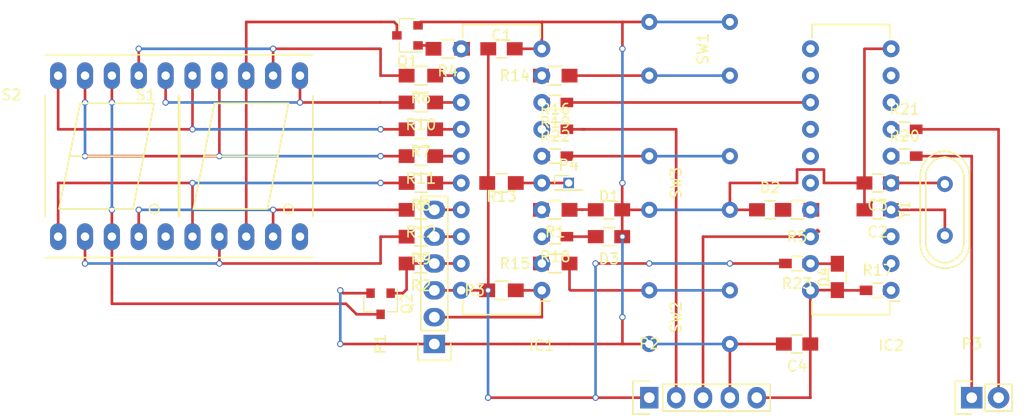
<source format=kicad_pcb>
(kicad_pcb (version 4) (host pcbnew 4.0.4+e1-6308~48~ubuntu16.04.1-stable)

  (general
    (links 95)
    (no_connects 0)
    (area 0 0 0 0)
    (thickness 1.6)
    (drawings 0)
    (tracks 207)
    (zones 0)
    (modules 45)
    (nets 62)
  )

  (page A4)
  (layers
    (0 F.Cu signal)
    (31 B.Cu signal)
    (32 B.Adhes user)
    (33 F.Adhes user)
    (34 B.Paste user)
    (35 F.Paste user)
    (36 B.SilkS user)
    (37 F.SilkS user)
    (38 B.Mask user)
    (39 F.Mask user)
    (40 Dwgs.User user)
    (41 Cmts.User user)
    (42 Eco1.User user)
    (43 Eco2.User user)
    (44 Edge.Cuts user)
    (45 Margin user)
    (46 B.CrtYd user)
    (47 F.CrtYd user)
    (48 B.Fab user)
    (49 F.Fab user)
  )

  (setup
    (last_trace_width 0.25)
    (trace_clearance 0.2)
    (zone_clearance 0.508)
    (zone_45_only no)
    (trace_min 0.2)
    (segment_width 0.2)
    (edge_width 0.1)
    (via_size 0.6)
    (via_drill 0.4)
    (via_min_size 0.4)
    (via_min_drill 0.3)
    (uvia_size 0.3)
    (uvia_drill 0.1)
    (uvias_allowed no)
    (uvia_min_size 0.2)
    (uvia_min_drill 0.1)
    (pcb_text_width 0.3)
    (pcb_text_size 1.5 1.5)
    (mod_edge_width 0.15)
    (mod_text_size 1 1)
    (mod_text_width 0.15)
    (pad_size 1.5 1.5)
    (pad_drill 0.6)
    (pad_to_mask_clearance 0)
    (aux_axis_origin 0 0)
    (visible_elements FFFFFF7F)
    (pcbplotparams
      (layerselection 0x00030_80000001)
      (usegerberextensions false)
      (excludeedgelayer true)
      (linewidth 0.100000)
      (plotframeref false)
      (viasonmask false)
      (mode 1)
      (useauxorigin false)
      (hpglpennumber 1)
      (hpglpenspeed 20)
      (hpglpendiameter 15)
      (hpglpenoverlay 2)
      (psnegative false)
      (psa4output false)
      (plotreference true)
      (plotvalue true)
      (plotinvisibletext false)
      (padsonsilk false)
      (subtractmaskfromsilk false)
      (outputformat 1)
      (mirror false)
      (drillshape 1)
      (scaleselection 1)
      (outputdirectory ""))
  )

  (net 0 "")
  (net 1 GNDREF)
  (net 2 VCC)
  (net 3 "Net-(C2-Pad1)")
  (net 4 "Net-(C3-Pad1)")
  (net 5 "Net-(D1-Pad2)")
  (net 6 "Net-(D2-Pad2)")
  (net 7 "Net-(D3-Pad2)")
  (net 8 "Net-(D4-Pad2)")
  (net 9 "Net-(IC1-Pad1)")
  (net 10 "Net-(IC1-Pad2)")
  (net 11 "Net-(IC1-Pad3)")
  (net 12 "Net-(IC1-Pad4)")
  (net 13 "Net-(IC1-Pad5)")
  (net 14 "Net-(IC1-Pad6)")
  (net 15 "Net-(IC1-Pad7)")
  (net 16 "Net-(IC1-Pad8)")
  (net 17 "Net-(IC1-Pad9)")
  (net 18 "Net-(IC1-Pad11)")
  (net 19 "Net-(IC1-Pad12)")
  (net 20 "Net-(IC1-Pad13)")
  (net 21 "Net-(IC1-Pad14)")
  (net 22 "Net-(IC1-Pad15)")
  (net 23 "Net-(IC1-Pad16)")
  (net 24 "Net-(IC1-Pad17)")
  (net 25 "Net-(IC1-Pad18)")
  (net 26 "Net-(IC1-Pad19)")
  (net 27 "Net-(IC2-Pad1)")
  (net 28 "Net-(IC2-Pad6)")
  (net 29 "Net-(IC2-Pad7)")
  (net 30 "Net-(IC2-Pad12)")
  (net 31 "Net-(IC2-Pad13)")
  (net 32 "Net-(P3-Pad1)")
  (net 33 "Net-(P3-Pad2)")
  (net 34 "Net-(Q1-Pad1)")
  (net 35 "Net-(Q1-Pad3)")
  (net 36 "Net-(Q2-Pad1)")
  (net 37 "Net-(Q2-Pad3)")
  (net 38 "Net-(R6-Pad2)")
  (net 39 "Net-(R7-Pad2)")
  (net 40 "Net-(R8-Pad2)")
  (net 41 "Net-(R9-Pad2)")
  (net 42 "Net-(R10-Pad2)")
  (net 43 "Net-(R11-Pad2)")
  (net 44 "Net-(R12-Pad2)")
  (net 45 "Net-(R14-Pad2)")
  (net 46 "Net-(R15-Pad2)")
  (net 47 "Net-(R22-Pad2)")
  (net 48 "Net-(IC2-Pad2)")
  (net 49 "Net-(IC2-Pad3)")
  (net 50 "Net-(IC2-Pad8)")
  (net 51 "Net-(IC2-Pad9)")
  (net 52 "Net-(IC2-Pad11)")
  (net 53 "Net-(IC2-Pad14)")
  (net 54 "Net-(IC2-Pad16)")
  (net 55 "Net-(IC2-Pad17)")
  (net 56 "Net-(IC2-Pad18)")
  (net 57 "Net-(S1-Pad5)")
  (net 58 "Net-(S2-Pad5)")
  (net 59 "Net-(IC2-Pad15)")
  (net 60 "Net-(C4-Pad1)")
  (net 61 "Net-(P2-Pad2)")

  (net_class Default "This is the default net class."
    (clearance 0.2)
    (trace_width 0.25)
    (via_dia 0.6)
    (via_drill 0.4)
    (uvia_dia 0.3)
    (uvia_drill 0.1)
    (add_net GNDREF)
    (add_net "Net-(C2-Pad1)")
    (add_net "Net-(C3-Pad1)")
    (add_net "Net-(C4-Pad1)")
    (add_net "Net-(D1-Pad2)")
    (add_net "Net-(D2-Pad2)")
    (add_net "Net-(D3-Pad2)")
    (add_net "Net-(D4-Pad2)")
    (add_net "Net-(IC1-Pad1)")
    (add_net "Net-(IC1-Pad11)")
    (add_net "Net-(IC1-Pad12)")
    (add_net "Net-(IC1-Pad13)")
    (add_net "Net-(IC1-Pad14)")
    (add_net "Net-(IC1-Pad15)")
    (add_net "Net-(IC1-Pad16)")
    (add_net "Net-(IC1-Pad17)")
    (add_net "Net-(IC1-Pad18)")
    (add_net "Net-(IC1-Pad19)")
    (add_net "Net-(IC1-Pad2)")
    (add_net "Net-(IC1-Pad3)")
    (add_net "Net-(IC1-Pad4)")
    (add_net "Net-(IC1-Pad5)")
    (add_net "Net-(IC1-Pad6)")
    (add_net "Net-(IC1-Pad7)")
    (add_net "Net-(IC1-Pad8)")
    (add_net "Net-(IC1-Pad9)")
    (add_net "Net-(IC2-Pad1)")
    (add_net "Net-(IC2-Pad11)")
    (add_net "Net-(IC2-Pad12)")
    (add_net "Net-(IC2-Pad13)")
    (add_net "Net-(IC2-Pad14)")
    (add_net "Net-(IC2-Pad15)")
    (add_net "Net-(IC2-Pad16)")
    (add_net "Net-(IC2-Pad17)")
    (add_net "Net-(IC2-Pad18)")
    (add_net "Net-(IC2-Pad2)")
    (add_net "Net-(IC2-Pad3)")
    (add_net "Net-(IC2-Pad6)")
    (add_net "Net-(IC2-Pad7)")
    (add_net "Net-(IC2-Pad8)")
    (add_net "Net-(IC2-Pad9)")
    (add_net "Net-(P2-Pad2)")
    (add_net "Net-(P3-Pad1)")
    (add_net "Net-(P3-Pad2)")
    (add_net "Net-(Q1-Pad1)")
    (add_net "Net-(Q1-Pad3)")
    (add_net "Net-(Q2-Pad1)")
    (add_net "Net-(Q2-Pad3)")
    (add_net "Net-(R10-Pad2)")
    (add_net "Net-(R11-Pad2)")
    (add_net "Net-(R12-Pad2)")
    (add_net "Net-(R14-Pad2)")
    (add_net "Net-(R15-Pad2)")
    (add_net "Net-(R22-Pad2)")
    (add_net "Net-(R6-Pad2)")
    (add_net "Net-(R7-Pad2)")
    (add_net "Net-(R8-Pad2)")
    (add_net "Net-(R9-Pad2)")
    (add_net "Net-(S1-Pad5)")
    (add_net "Net-(S2-Pad5)")
    (add_net VCC)
  )

  (module Crystals:Crystal_HC49-U_Vertical (layer F.Cu) (tedit 0) (tstamp 58601A0F)
    (at 113.03 77.47 90)
    (descr "Crystal Quarz HC49/U vertical stehend")
    (tags "Crystal Quarz HC49/U vertical stehend")
    (path /585876FF)
    (fp_text reference Y1 (at 0 -3.81 90) (layer F.SilkS)
      (effects (font (size 1 1) (thickness 0.15)))
    )
    (fp_text value Crystal (at 0 3.81 90) (layer F.Fab)
      (effects (font (size 1 1) (thickness 0.15)))
    )
    (fp_line (start 4.699 -1.00076) (end 4.89966 -0.59944) (layer F.SilkS) (width 0.15))
    (fp_line (start 4.89966 -0.59944) (end 5.00126 0) (layer F.SilkS) (width 0.15))
    (fp_line (start 5.00126 0) (end 4.89966 0.50038) (layer F.SilkS) (width 0.15))
    (fp_line (start 4.89966 0.50038) (end 4.50088 1.19888) (layer F.SilkS) (width 0.15))
    (fp_line (start 4.50088 1.19888) (end 3.8989 1.6002) (layer F.SilkS) (width 0.15))
    (fp_line (start 3.8989 1.6002) (end 3.29946 1.80086) (layer F.SilkS) (width 0.15))
    (fp_line (start 3.29946 1.80086) (end -3.29946 1.80086) (layer F.SilkS) (width 0.15))
    (fp_line (start -3.29946 1.80086) (end -4.0005 1.6002) (layer F.SilkS) (width 0.15))
    (fp_line (start -4.0005 1.6002) (end -4.39928 1.30048) (layer F.SilkS) (width 0.15))
    (fp_line (start -4.39928 1.30048) (end -4.8006 0.8001) (layer F.SilkS) (width 0.15))
    (fp_line (start -4.8006 0.8001) (end -5.00126 0.20066) (layer F.SilkS) (width 0.15))
    (fp_line (start -5.00126 0.20066) (end -5.00126 -0.29972) (layer F.SilkS) (width 0.15))
    (fp_line (start -5.00126 -0.29972) (end -4.8006 -0.8001) (layer F.SilkS) (width 0.15))
    (fp_line (start -4.8006 -0.8001) (end -4.30022 -1.39954) (layer F.SilkS) (width 0.15))
    (fp_line (start -4.30022 -1.39954) (end -3.79984 -1.69926) (layer F.SilkS) (width 0.15))
    (fp_line (start -3.79984 -1.69926) (end -3.29946 -1.80086) (layer F.SilkS) (width 0.15))
    (fp_line (start -3.2004 -1.80086) (end 3.40106 -1.80086) (layer F.SilkS) (width 0.15))
    (fp_line (start 3.40106 -1.80086) (end 3.79984 -1.69926) (layer F.SilkS) (width 0.15))
    (fp_line (start 3.79984 -1.69926) (end 4.30022 -1.39954) (layer F.SilkS) (width 0.15))
    (fp_line (start 4.30022 -1.39954) (end 4.8006 -0.89916) (layer F.SilkS) (width 0.15))
    (fp_line (start -3.19024 -2.32918) (end -3.64998 -2.28092) (layer F.SilkS) (width 0.15))
    (fp_line (start -3.64998 -2.28092) (end -4.04876 -2.16916) (layer F.SilkS) (width 0.15))
    (fp_line (start -4.04876 -2.16916) (end -4.48056 -1.95072) (layer F.SilkS) (width 0.15))
    (fp_line (start -4.48056 -1.95072) (end -4.77012 -1.71958) (layer F.SilkS) (width 0.15))
    (fp_line (start -4.77012 -1.71958) (end -5.10032 -1.36906) (layer F.SilkS) (width 0.15))
    (fp_line (start -5.10032 -1.36906) (end -5.38988 -0.83058) (layer F.SilkS) (width 0.15))
    (fp_line (start -5.38988 -0.83058) (end -5.51942 -0.23114) (layer F.SilkS) (width 0.15))
    (fp_line (start -5.51942 -0.23114) (end -5.51942 0.2794) (layer F.SilkS) (width 0.15))
    (fp_line (start -5.51942 0.2794) (end -5.34924 0.98044) (layer F.SilkS) (width 0.15))
    (fp_line (start -5.34924 0.98044) (end -4.95046 1.56972) (layer F.SilkS) (width 0.15))
    (fp_line (start -4.95046 1.56972) (end -4.49072 1.94056) (layer F.SilkS) (width 0.15))
    (fp_line (start -4.49072 1.94056) (end -4.06908 2.14884) (layer F.SilkS) (width 0.15))
    (fp_line (start -4.06908 2.14884) (end -3.6195 2.30886) (layer F.SilkS) (width 0.15))
    (fp_line (start -3.6195 2.30886) (end -3.18008 2.33934) (layer F.SilkS) (width 0.15))
    (fp_line (start 4.16052 2.1209) (end 4.53898 1.89992) (layer F.SilkS) (width 0.15))
    (fp_line (start 4.53898 1.89992) (end 4.85902 1.62052) (layer F.SilkS) (width 0.15))
    (fp_line (start 4.85902 1.62052) (end 5.11048 1.29032) (layer F.SilkS) (width 0.15))
    (fp_line (start 5.11048 1.29032) (end 5.4102 0.73914) (layer F.SilkS) (width 0.15))
    (fp_line (start 5.4102 0.73914) (end 5.51942 0.26924) (layer F.SilkS) (width 0.15))
    (fp_line (start 5.51942 0.26924) (end 5.53974 -0.1905) (layer F.SilkS) (width 0.15))
    (fp_line (start 5.53974 -0.1905) (end 5.45084 -0.65024) (layer F.SilkS) (width 0.15))
    (fp_line (start 5.45084 -0.65024) (end 5.26034 -1.09982) (layer F.SilkS) (width 0.15))
    (fp_line (start 5.26034 -1.09982) (end 4.89966 -1.56972) (layer F.SilkS) (width 0.15))
    (fp_line (start 4.89966 -1.56972) (end 4.54914 -1.88976) (layer F.SilkS) (width 0.15))
    (fp_line (start 4.54914 -1.88976) (end 4.16052 -2.1209) (layer F.SilkS) (width 0.15))
    (fp_line (start 4.16052 -2.1209) (end 3.73126 -2.2606) (layer F.SilkS) (width 0.15))
    (fp_line (start 3.73126 -2.2606) (end 3.2893 -2.32918) (layer F.SilkS) (width 0.15))
    (fp_line (start -3.2004 2.32918) (end 3.2512 2.32918) (layer F.SilkS) (width 0.15))
    (fp_line (start 3.2512 2.32918) (end 3.6703 2.29108) (layer F.SilkS) (width 0.15))
    (fp_line (start 3.6703 2.29108) (end 4.16052 2.1209) (layer F.SilkS) (width 0.15))
    (fp_line (start -3.2004 -2.32918) (end 3.2512 -2.32918) (layer F.SilkS) (width 0.15))
    (pad 1 thru_hole circle (at -2.44094 0 90) (size 1.50114 1.50114) (drill 0.8001) (layers *.Cu *.Mask)
      (net 3 "Net-(C2-Pad1)"))
    (pad 2 thru_hole circle (at 2.44094 0 90) (size 1.50114 1.50114) (drill 0.8001) (layers *.Cu *.Mask)
      (net 4 "Net-(C3-Pad1)"))
  )

  (module Displays_7-Segment:7SegmentLED_LTS6760_LTS6780 (layer F.Cu) (tedit 0) (tstamp 58601992)
    (at 46.99 72.39)
    (path /5856E26E)
    (fp_text reference S1 (at -9.5 -5.8) (layer F.SilkS)
      (effects (font (size 1 1) (thickness 0.15)))
    )
    (fp_text value 7SEGM (at -0.4 12) (layer F.Fab)
      (effects (font (size 1 1) (thickness 0.15)))
    )
    (fp_circle (center 4 5) (end 4.4 5.2) (layer F.SilkS) (width 0.15))
    (fp_line (start -3 -5) (end -4 0) (layer F.SilkS) (width 0.15))
    (fp_line (start -4 0) (end -5 5) (layer F.SilkS) (width 0.15))
    (fp_line (start -5 5) (end 2 5) (layer F.SilkS) (width 0.15))
    (fp_line (start 2 5) (end 3 0) (layer F.SilkS) (width 0.15))
    (fp_line (start 4 -5) (end 3 0) (layer F.SilkS) (width 0.15))
    (fp_line (start 3 0) (end -4 0) (layer F.SilkS) (width 0.15))
    (fp_line (start -3 -5) (end 4 -5) (layer F.SilkS) (width 0.15))
    (fp_line (start 6.3 9.6) (end -6.3 9.6) (layer F.SilkS) (width 0.15))
    (fp_line (start -6.3 -5.7) (end -6.3 5.7) (layer F.SilkS) (width 0.15))
    (fp_line (start 6.3 -5.7) (end 6.3 5.7) (layer F.SilkS) (width 0.15))
    (fp_line (start -6.3 -9.6) (end 6.3 -9.6) (layer F.SilkS) (width 0.15))
    (pad 1 thru_hole oval (at -5.08 7.62) (size 1.524 2.524) (drill 0.8) (layers *.Cu *.Mask)
      (net 40 "Net-(R8-Pad2)"))
    (pad 2 thru_hole oval (at -2.54 7.62) (size 1.524 2.524) (drill 0.8) (layers *.Cu *.Mask)
      (net 41 "Net-(R9-Pad2)"))
    (pad 3 thru_hole oval (at 0 7.62) (size 1.524 2.524) (drill 0.8) (layers *.Cu *.Mask)
      (net 35 "Net-(Q1-Pad3)"))
    (pad 4 thru_hole oval (at 2.54 7.62) (size 1.524 2.524) (drill 0.8) (layers *.Cu *.Mask)
      (net 44 "Net-(R12-Pad2)"))
    (pad 5 thru_hole oval (at 5.08 7.62) (size 1.524 2.524) (drill 0.8) (layers *.Cu *.Mask)
      (net 57 "Net-(S1-Pad5)"))
    (pad 6 thru_hole oval (at 5.08 -7.62) (size 1.524 2.524) (drill 0.8) (layers *.Cu *.Mask)
      (net 42 "Net-(R10-Pad2)"))
    (pad 7 thru_hole oval (at 2.54 -7.62) (size 1.524 2.524) (drill 0.8) (layers *.Cu *.Mask)
      (net 38 "Net-(R6-Pad2)"))
    (pad 8 thru_hole oval (at 0 -7.62) (size 1.524 2.524) (drill 0.8) (layers *.Cu *.Mask)
      (net 35 "Net-(Q1-Pad3)"))
    (pad 9 thru_hole oval (at -2.54 -7.62) (size 1.524 2.524) (drill 0.8) (layers *.Cu *.Mask)
      (net 43 "Net-(R11-Pad2)"))
    (pad 10 thru_hole oval (at -5.08 -7.62) (size 1.524 2.524) (drill 0.8) (layers *.Cu *.Mask)
      (net 39 "Net-(R7-Pad2)"))
    (model Displays_7-Segment.3dshapes/7SegmentLED_LTS6760_LTS6780.wrl
      (at (xyz 0 0 0))
      (scale (xyz 0.3937 0.3937 0.3937))
      (rotate (xyz 0 0 0))
    )
  )

  (module Capacitors_SMD:C_0805_HandSoldering (layer F.Cu) (tedit 589727DB) (tstamp 586016BC)
    (at 71.12 62.23 180)
    (descr "Capacitor SMD 0805, hand soldering")
    (tags "capacitor 0805")
    (path /5856F359)
    (attr smd)
    (fp_text reference C1 (at 0 1.27 180) (layer F.SilkS)
      (effects (font (size 1 1) (thickness 0.15)))
    )
    (fp_text value C_Small (at 0 2.1 180) (layer F.Fab)
      (effects (font (size 1 1) (thickness 0.15)))
    )
    (fp_line (start -1 0.625) (end -1 -0.625) (layer F.Fab) (width 0.15))
    (fp_line (start 1 0.625) (end -1 0.625) (layer F.Fab) (width 0.15))
    (fp_line (start 1 -0.625) (end 1 0.625) (layer F.Fab) (width 0.15))
    (fp_line (start -1 -0.625) (end 1 -0.625) (layer F.Fab) (width 0.15))
    (fp_line (start -2.3 -1) (end 2.3 -1) (layer F.CrtYd) (width 0.05))
    (fp_line (start -2.3 1) (end 2.3 1) (layer F.CrtYd) (width 0.05))
    (fp_line (start -2.3 -1) (end -2.3 1) (layer F.CrtYd) (width 0.05))
    (fp_line (start 2.3 -1) (end 2.3 1) (layer F.CrtYd) (width 0.05))
    (fp_line (start 0.5 -0.85) (end -0.5 -0.85) (layer F.SilkS) (width 0.15))
    (fp_line (start -0.5 0.85) (end 0.5 0.85) (layer F.SilkS) (width 0.15))
    (pad 1 smd rect (at -1.25 0 180) (size 1.5 1.25) (layers F.Cu F.Paste F.Mask)
      (net 1 GNDREF))
    (pad 2 smd rect (at 1.25 0 180) (size 1.5 1.25) (layers F.Cu F.Paste F.Mask)
      (net 2 VCC))
    (model Capacitors_SMD.3dshapes/C_0805_HandSoldering.wrl
      (at (xyz 0 0 0))
      (scale (xyz 1 1 1))
      (rotate (xyz 0 0 0))
    )
  )

  (module Capacitors_SMD:C_0805_HandSoldering (layer F.Cu) (tedit 541A9B8D) (tstamp 586016CC)
    (at 106.68 77.47 180)
    (descr "Capacitor SMD 0805, hand soldering")
    (tags "capacitor 0805")
    (path /5858981F)
    (attr smd)
    (fp_text reference C2 (at 0 -2.1 180) (layer F.SilkS)
      (effects (font (size 1 1) (thickness 0.15)))
    )
    (fp_text value C_Small (at 0 2.1 180) (layer F.Fab)
      (effects (font (size 1 1) (thickness 0.15)))
    )
    (fp_line (start -1 0.625) (end -1 -0.625) (layer F.Fab) (width 0.15))
    (fp_line (start 1 0.625) (end -1 0.625) (layer F.Fab) (width 0.15))
    (fp_line (start 1 -0.625) (end 1 0.625) (layer F.Fab) (width 0.15))
    (fp_line (start -1 -0.625) (end 1 -0.625) (layer F.Fab) (width 0.15))
    (fp_line (start -2.3 -1) (end 2.3 -1) (layer F.CrtYd) (width 0.05))
    (fp_line (start -2.3 1) (end 2.3 1) (layer F.CrtYd) (width 0.05))
    (fp_line (start -2.3 -1) (end -2.3 1) (layer F.CrtYd) (width 0.05))
    (fp_line (start 2.3 -1) (end 2.3 1) (layer F.CrtYd) (width 0.05))
    (fp_line (start 0.5 -0.85) (end -0.5 -0.85) (layer F.SilkS) (width 0.15))
    (fp_line (start -0.5 0.85) (end 0.5 0.85) (layer F.SilkS) (width 0.15))
    (pad 1 smd rect (at -1.25 0 180) (size 1.5 1.25) (layers F.Cu F.Paste F.Mask)
      (net 3 "Net-(C2-Pad1)"))
    (pad 2 smd rect (at 1.25 0 180) (size 1.5 1.25) (layers F.Cu F.Paste F.Mask)
      (net 1 GNDREF))
    (model Capacitors_SMD.3dshapes/C_0805_HandSoldering.wrl
      (at (xyz 0 0 0))
      (scale (xyz 1 1 1))
      (rotate (xyz 0 0 0))
    )
  )

  (module Capacitors_SMD:C_0805_HandSoldering (layer F.Cu) (tedit 541A9B8D) (tstamp 586016DC)
    (at 106.68 74.93 180)
    (descr "Capacitor SMD 0805, hand soldering")
    (tags "capacitor 0805")
    (path /585899CF)
    (attr smd)
    (fp_text reference C3 (at 0 -2.1 180) (layer F.SilkS)
      (effects (font (size 1 1) (thickness 0.15)))
    )
    (fp_text value C_Small (at 0 2.1 180) (layer F.Fab)
      (effects (font (size 1 1) (thickness 0.15)))
    )
    (fp_line (start -1 0.625) (end -1 -0.625) (layer F.Fab) (width 0.15))
    (fp_line (start 1 0.625) (end -1 0.625) (layer F.Fab) (width 0.15))
    (fp_line (start 1 -0.625) (end 1 0.625) (layer F.Fab) (width 0.15))
    (fp_line (start -1 -0.625) (end 1 -0.625) (layer F.Fab) (width 0.15))
    (fp_line (start -2.3 -1) (end 2.3 -1) (layer F.CrtYd) (width 0.05))
    (fp_line (start -2.3 1) (end 2.3 1) (layer F.CrtYd) (width 0.05))
    (fp_line (start -2.3 -1) (end -2.3 1) (layer F.CrtYd) (width 0.05))
    (fp_line (start 2.3 -1) (end 2.3 1) (layer F.CrtYd) (width 0.05))
    (fp_line (start 0.5 -0.85) (end -0.5 -0.85) (layer F.SilkS) (width 0.15))
    (fp_line (start -0.5 0.85) (end 0.5 0.85) (layer F.SilkS) (width 0.15))
    (pad 1 smd rect (at -1.25 0 180) (size 1.5 1.25) (layers F.Cu F.Paste F.Mask)
      (net 4 "Net-(C3-Pad1)"))
    (pad 2 smd rect (at 1.25 0 180) (size 1.5 1.25) (layers F.Cu F.Paste F.Mask)
      (net 1 GNDREF))
    (model Capacitors_SMD.3dshapes/C_0805_HandSoldering.wrl
      (at (xyz 0 0 0))
      (scale (xyz 1 1 1))
      (rotate (xyz 0 0 0))
    )
  )

  (module Capacitors_SMD:C_0805_HandSoldering (layer F.Cu) (tedit 541A9B8D) (tstamp 586016EC)
    (at 99.06 90.17 180)
    (descr "Capacitor SMD 0805, hand soldering")
    (tags "capacitor 0805")
    (path /5858ECE7)
    (attr smd)
    (fp_text reference C4 (at 0 -2.1 180) (layer F.SilkS)
      (effects (font (size 1 1) (thickness 0.15)))
    )
    (fp_text value C_Small (at 0 2.1 180) (layer F.Fab)
      (effects (font (size 1 1) (thickness 0.15)))
    )
    (fp_line (start -1 0.625) (end -1 -0.625) (layer F.Fab) (width 0.15))
    (fp_line (start 1 0.625) (end -1 0.625) (layer F.Fab) (width 0.15))
    (fp_line (start 1 -0.625) (end 1 0.625) (layer F.Fab) (width 0.15))
    (fp_line (start -1 -0.625) (end 1 -0.625) (layer F.Fab) (width 0.15))
    (fp_line (start -2.3 -1) (end 2.3 -1) (layer F.CrtYd) (width 0.05))
    (fp_line (start -2.3 1) (end 2.3 1) (layer F.CrtYd) (width 0.05))
    (fp_line (start -2.3 -1) (end -2.3 1) (layer F.CrtYd) (width 0.05))
    (fp_line (start 2.3 -1) (end 2.3 1) (layer F.CrtYd) (width 0.05))
    (fp_line (start 0.5 -0.85) (end -0.5 -0.85) (layer F.SilkS) (width 0.15))
    (fp_line (start -0.5 0.85) (end 0.5 0.85) (layer F.SilkS) (width 0.15))
    (pad 1 smd rect (at -1.25 0 180) (size 1.5 1.25) (layers F.Cu F.Paste F.Mask)
      (net 60 "Net-(C4-Pad1)"))
    (pad 2 smd rect (at 1.25 0 180) (size 1.5 1.25) (layers F.Cu F.Paste F.Mask)
      (net 1 GNDREF))
    (model Capacitors_SMD.3dshapes/C_0805_HandSoldering.wrl
      (at (xyz 0 0 0))
      (scale (xyz 1 1 1))
      (rotate (xyz 0 0 0))
    )
  )

  (module Capacitors_SMD:C_0805_HandSoldering (layer F.Cu) (tedit 58972753) (tstamp 586016FC)
    (at 81.28 77.47 180)
    (descr "Capacitor SMD 0805, hand soldering")
    (tags "capacitor 0805")
    (path /58572448)
    (attr smd)
    (fp_text reference D1 (at 0 1.27 180) (layer F.SilkS)
      (effects (font (size 1 1) (thickness 0.15)))
    )
    (fp_text value "LED GRN (fan)" (at 0 2.1 180) (layer F.Fab)
      (effects (font (size 1 1) (thickness 0.15)))
    )
    (fp_line (start -1 0.625) (end -1 -0.625) (layer F.Fab) (width 0.15))
    (fp_line (start 1 0.625) (end -1 0.625) (layer F.Fab) (width 0.15))
    (fp_line (start 1 -0.625) (end 1 0.625) (layer F.Fab) (width 0.15))
    (fp_line (start -1 -0.625) (end 1 -0.625) (layer F.Fab) (width 0.15))
    (fp_line (start -2.3 -1) (end 2.3 -1) (layer F.CrtYd) (width 0.05))
    (fp_line (start -2.3 1) (end 2.3 1) (layer F.CrtYd) (width 0.05))
    (fp_line (start -2.3 -1) (end -2.3 1) (layer F.CrtYd) (width 0.05))
    (fp_line (start 2.3 -1) (end 2.3 1) (layer F.CrtYd) (width 0.05))
    (fp_line (start 0.5 -0.85) (end -0.5 -0.85) (layer F.SilkS) (width 0.15))
    (fp_line (start -0.5 0.85) (end 0.5 0.85) (layer F.SilkS) (width 0.15))
    (pad 1 smd rect (at -1.25 0 180) (size 1.5 1.25) (layers F.Cu F.Paste F.Mask)
      (net 1 GNDREF))
    (pad 2 smd rect (at 1.25 0 180) (size 1.5 1.25) (layers F.Cu F.Paste F.Mask)
      (net 5 "Net-(D1-Pad2)"))
    (model Capacitors_SMD.3dshapes/C_0805_HandSoldering.wrl
      (at (xyz 0 0 0))
      (scale (xyz 1 1 1))
      (rotate (xyz 0 0 0))
    )
  )

  (module Capacitors_SMD:C_0805_HandSoldering (layer F.Cu) (tedit 541A9B8D) (tstamp 5860170C)
    (at 96.52 77.47)
    (descr "Capacitor SMD 0805, hand soldering")
    (tags "capacitor 0805")
    (path /58573DF9)
    (attr smd)
    (fp_text reference D2 (at 0 -2.1) (layer F.SilkS)
      (effects (font (size 1 1) (thickness 0.15)))
    )
    (fp_text value "LED WHITE (heater)" (at 0 2.1) (layer F.Fab)
      (effects (font (size 1 1) (thickness 0.15)))
    )
    (fp_line (start -1 0.625) (end -1 -0.625) (layer F.Fab) (width 0.15))
    (fp_line (start 1 0.625) (end -1 0.625) (layer F.Fab) (width 0.15))
    (fp_line (start 1 -0.625) (end 1 0.625) (layer F.Fab) (width 0.15))
    (fp_line (start -1 -0.625) (end 1 -0.625) (layer F.Fab) (width 0.15))
    (fp_line (start -2.3 -1) (end 2.3 -1) (layer F.CrtYd) (width 0.05))
    (fp_line (start -2.3 1) (end 2.3 1) (layer F.CrtYd) (width 0.05))
    (fp_line (start -2.3 -1) (end -2.3 1) (layer F.CrtYd) (width 0.05))
    (fp_line (start 2.3 -1) (end 2.3 1) (layer F.CrtYd) (width 0.05))
    (fp_line (start 0.5 -0.85) (end -0.5 -0.85) (layer F.SilkS) (width 0.15))
    (fp_line (start -0.5 0.85) (end 0.5 0.85) (layer F.SilkS) (width 0.15))
    (pad 1 smd rect (at -1.25 0) (size 1.5 1.25) (layers F.Cu F.Paste F.Mask)
      (net 1 GNDREF))
    (pad 2 smd rect (at 1.25 0) (size 1.5 1.25) (layers F.Cu F.Paste F.Mask)
      (net 6 "Net-(D2-Pad2)"))
    (model Capacitors_SMD.3dshapes/C_0805_HandSoldering.wrl
      (at (xyz 0 0 0))
      (scale (xyz 1 1 1))
      (rotate (xyz 0 0 0))
    )
  )

  (module Capacitors_SMD:C_0805_HandSoldering (layer F.Cu) (tedit 541A9B8D) (tstamp 5860171C)
    (at 81.28 80.01 180)
    (descr "Capacitor SMD 0805, hand soldering")
    (tags "capacitor 0805")
    (path /5858AA66)
    (attr smd)
    (fp_text reference D3 (at 0 -2.1 180) (layer F.SilkS)
      (effects (font (size 1 1) (thickness 0.15)))
    )
    (fp_text value "LED RED (temp ctrl)" (at 0 2.1 180) (layer F.Fab)
      (effects (font (size 1 1) (thickness 0.15)))
    )
    (fp_line (start -1 0.625) (end -1 -0.625) (layer F.Fab) (width 0.15))
    (fp_line (start 1 0.625) (end -1 0.625) (layer F.Fab) (width 0.15))
    (fp_line (start 1 -0.625) (end 1 0.625) (layer F.Fab) (width 0.15))
    (fp_line (start -1 -0.625) (end 1 -0.625) (layer F.Fab) (width 0.15))
    (fp_line (start -2.3 -1) (end 2.3 -1) (layer F.CrtYd) (width 0.05))
    (fp_line (start -2.3 1) (end 2.3 1) (layer F.CrtYd) (width 0.05))
    (fp_line (start -2.3 -1) (end -2.3 1) (layer F.CrtYd) (width 0.05))
    (fp_line (start 2.3 -1) (end 2.3 1) (layer F.CrtYd) (width 0.05))
    (fp_line (start 0.5 -0.85) (end -0.5 -0.85) (layer F.SilkS) (width 0.15))
    (fp_line (start -0.5 0.85) (end 0.5 0.85) (layer F.SilkS) (width 0.15))
    (pad 1 smd rect (at -1.25 0 180) (size 1.5 1.25) (layers F.Cu F.Paste F.Mask)
      (net 1 GNDREF))
    (pad 2 smd rect (at 1.25 0 180) (size 1.5 1.25) (layers F.Cu F.Paste F.Mask)
      (net 7 "Net-(D3-Pad2)"))
    (model Capacitors_SMD.3dshapes/C_0805_HandSoldering.wrl
      (at (xyz 0 0 0))
      (scale (xyz 1 1 1))
      (rotate (xyz 0 0 0))
    )
  )

  (module Capacitors_SMD:C_0805_HandSoldering (layer F.Cu) (tedit 58975178) (tstamp 5860172C)
    (at 102.87 83.82 90)
    (descr "Capacitor SMD 0805, hand soldering")
    (tags "capacitor 0805")
    (path /5858E8F1)
    (attr smd)
    (fp_text reference D4 (at 0 -1.27 90) (layer F.SilkS)
      (effects (font (size 1 1) (thickness 0.15)))
    )
    (fp_text value D (at 0 2.1 90) (layer F.Fab)
      (effects (font (size 1 1) (thickness 0.15)))
    )
    (fp_line (start -1 0.625) (end -1 -0.625) (layer F.Fab) (width 0.15))
    (fp_line (start 1 0.625) (end -1 0.625) (layer F.Fab) (width 0.15))
    (fp_line (start 1 -0.625) (end 1 0.625) (layer F.Fab) (width 0.15))
    (fp_line (start -1 -0.625) (end 1 -0.625) (layer F.Fab) (width 0.15))
    (fp_line (start -2.3 -1) (end 2.3 -1) (layer F.CrtYd) (width 0.05))
    (fp_line (start -2.3 1) (end 2.3 1) (layer F.CrtYd) (width 0.05))
    (fp_line (start -2.3 -1) (end -2.3 1) (layer F.CrtYd) (width 0.05))
    (fp_line (start 2.3 -1) (end 2.3 1) (layer F.CrtYd) (width 0.05))
    (fp_line (start 0.5 -0.85) (end -0.5 -0.85) (layer F.SilkS) (width 0.15))
    (fp_line (start -0.5 0.85) (end 0.5 0.85) (layer F.SilkS) (width 0.15))
    (pad 1 smd rect (at -1.25 0 90) (size 1.5 1.25) (layers F.Cu F.Paste F.Mask)
      (net 60 "Net-(C4-Pad1)"))
    (pad 2 smd rect (at 1.25 0 90) (size 1.5 1.25) (layers F.Cu F.Paste F.Mask)
      (net 8 "Net-(D4-Pad2)"))
    (model Capacitors_SMD.3dshapes/C_0805_HandSoldering.wrl
      (at (xyz 0 0 0))
      (scale (xyz 1 1 1))
      (rotate (xyz 0 0 0))
    )
  )

  (module Housings_DIP:DIP-20_W7.62mm (layer F.Cu) (tedit 54130A77) (tstamp 5860174F)
    (at 74.93 85.09 180)
    (descr "20-lead dip package, row spacing 7.62 mm (300 mils)")
    (tags "dil dip 2.54 300")
    (path /5856E08E)
    (fp_text reference IC1 (at 0 -5.22 180) (layer F.SilkS)
      (effects (font (size 1 1) (thickness 0.15)))
    )
    (fp_text value ATTINY2313-P (at 0 -3.72 180) (layer F.Fab)
      (effects (font (size 1 1) (thickness 0.15)))
    )
    (fp_line (start -1.05 -2.45) (end -1.05 25.35) (layer F.CrtYd) (width 0.05))
    (fp_line (start 8.65 -2.45) (end 8.65 25.35) (layer F.CrtYd) (width 0.05))
    (fp_line (start -1.05 -2.45) (end 8.65 -2.45) (layer F.CrtYd) (width 0.05))
    (fp_line (start -1.05 25.35) (end 8.65 25.35) (layer F.CrtYd) (width 0.05))
    (fp_line (start 0.135 -2.295) (end 0.135 -1.025) (layer F.SilkS) (width 0.15))
    (fp_line (start 7.485 -2.295) (end 7.485 -1.025) (layer F.SilkS) (width 0.15))
    (fp_line (start 7.485 25.155) (end 7.485 23.885) (layer F.SilkS) (width 0.15))
    (fp_line (start 0.135 25.155) (end 0.135 23.885) (layer F.SilkS) (width 0.15))
    (fp_line (start 0.135 -2.295) (end 7.485 -2.295) (layer F.SilkS) (width 0.15))
    (fp_line (start 0.135 25.155) (end 7.485 25.155) (layer F.SilkS) (width 0.15))
    (fp_line (start 0.135 -1.025) (end -0.8 -1.025) (layer F.SilkS) (width 0.15))
    (pad 1 thru_hole oval (at 0 0 180) (size 1.6 1.6) (drill 0.8) (layers *.Cu *.Mask)
      (net 9 "Net-(IC1-Pad1)"))
    (pad 2 thru_hole oval (at 0 2.54 180) (size 1.6 1.6) (drill 0.8) (layers *.Cu *.Mask)
      (net 10 "Net-(IC1-Pad2)"))
    (pad 3 thru_hole oval (at 0 5.08 180) (size 1.6 1.6) (drill 0.8) (layers *.Cu *.Mask)
      (net 11 "Net-(IC1-Pad3)"))
    (pad 4 thru_hole oval (at 0 7.62 180) (size 1.6 1.6) (drill 0.8) (layers *.Cu *.Mask)
      (net 12 "Net-(IC1-Pad4)"))
    (pad 5 thru_hole oval (at 0 10.16 180) (size 1.6 1.6) (drill 0.8) (layers *.Cu *.Mask)
      (net 13 "Net-(IC1-Pad5)"))
    (pad 6 thru_hole oval (at 0 12.7 180) (size 1.6 1.6) (drill 0.8) (layers *.Cu *.Mask)
      (net 14 "Net-(IC1-Pad6)"))
    (pad 7 thru_hole oval (at 0 15.24 180) (size 1.6 1.6) (drill 0.8) (layers *.Cu *.Mask)
      (net 15 "Net-(IC1-Pad7)"))
    (pad 8 thru_hole oval (at 0 17.78 180) (size 1.6 1.6) (drill 0.8) (layers *.Cu *.Mask)
      (net 16 "Net-(IC1-Pad8)"))
    (pad 9 thru_hole oval (at 0 20.32 180) (size 1.6 1.6) (drill 0.8) (layers *.Cu *.Mask)
      (net 17 "Net-(IC1-Pad9)"))
    (pad 10 thru_hole oval (at 0 22.86 180) (size 1.6 1.6) (drill 0.8) (layers *.Cu *.Mask)
      (net 1 GNDREF))
    (pad 11 thru_hole oval (at 7.62 22.86 180) (size 1.6 1.6) (drill 0.8) (layers *.Cu *.Mask)
      (net 18 "Net-(IC1-Pad11)"))
    (pad 12 thru_hole oval (at 7.62 20.32 180) (size 1.6 1.6) (drill 0.8) (layers *.Cu *.Mask)
      (net 19 "Net-(IC1-Pad12)"))
    (pad 13 thru_hole oval (at 7.62 17.78 180) (size 1.6 1.6) (drill 0.8) (layers *.Cu *.Mask)
      (net 20 "Net-(IC1-Pad13)"))
    (pad 14 thru_hole oval (at 7.62 15.24 180) (size 1.6 1.6) (drill 0.8) (layers *.Cu *.Mask)
      (net 21 "Net-(IC1-Pad14)"))
    (pad 15 thru_hole oval (at 7.62 12.7 180) (size 1.6 1.6) (drill 0.8) (layers *.Cu *.Mask)
      (net 22 "Net-(IC1-Pad15)"))
    (pad 16 thru_hole oval (at 7.62 10.16 180) (size 1.6 1.6) (drill 0.8) (layers *.Cu *.Mask)
      (net 23 "Net-(IC1-Pad16)"))
    (pad 17 thru_hole oval (at 7.62 7.62 180) (size 1.6 1.6) (drill 0.8) (layers *.Cu *.Mask)
      (net 24 "Net-(IC1-Pad17)"))
    (pad 18 thru_hole oval (at 7.62 5.08 180) (size 1.6 1.6) (drill 0.8) (layers *.Cu *.Mask)
      (net 25 "Net-(IC1-Pad18)"))
    (pad 19 thru_hole oval (at 7.62 2.54 180) (size 1.6 1.6) (drill 0.8) (layers *.Cu *.Mask)
      (net 26 "Net-(IC1-Pad19)"))
    (pad 20 thru_hole oval (at 7.62 0 180) (size 1.6 1.6) (drill 0.8) (layers *.Cu *.Mask)
      (net 2 VCC))
    (model Housings_DIP.3dshapes/DIP-20_W7.62mm.wrl
      (at (xyz 0 0 0))
      (scale (xyz 1 1 1))
      (rotate (xyz 0 0 0))
    )
  )

  (module Housings_DIP:DIP-20_W7.62mm (layer F.Cu) (tedit 54130A77) (tstamp 58601772)
    (at 107.95 85.09 180)
    (descr "20-lead dip package, row spacing 7.62 mm (300 mils)")
    (tags "dil dip 2.54 300")
    (path /58587607)
    (fp_text reference IC2 (at 0 -5.22 180) (layer F.SilkS)
      (effects (font (size 1 1) (thickness 0.15)))
    )
    (fp_text value ATTINY2313-P (at 0 -3.72 180) (layer F.Fab)
      (effects (font (size 1 1) (thickness 0.15)))
    )
    (fp_line (start -1.05 -2.45) (end -1.05 25.35) (layer F.CrtYd) (width 0.05))
    (fp_line (start 8.65 -2.45) (end 8.65 25.35) (layer F.CrtYd) (width 0.05))
    (fp_line (start -1.05 -2.45) (end 8.65 -2.45) (layer F.CrtYd) (width 0.05))
    (fp_line (start -1.05 25.35) (end 8.65 25.35) (layer F.CrtYd) (width 0.05))
    (fp_line (start 0.135 -2.295) (end 0.135 -1.025) (layer F.SilkS) (width 0.15))
    (fp_line (start 7.485 -2.295) (end 7.485 -1.025) (layer F.SilkS) (width 0.15))
    (fp_line (start 7.485 25.155) (end 7.485 23.885) (layer F.SilkS) (width 0.15))
    (fp_line (start 0.135 25.155) (end 0.135 23.885) (layer F.SilkS) (width 0.15))
    (fp_line (start 0.135 -2.295) (end 7.485 -2.295) (layer F.SilkS) (width 0.15))
    (fp_line (start 0.135 25.155) (end 7.485 25.155) (layer F.SilkS) (width 0.15))
    (fp_line (start 0.135 -1.025) (end -0.8 -1.025) (layer F.SilkS) (width 0.15))
    (pad 1 thru_hole oval (at 0 0 180) (size 1.6 1.6) (drill 0.8) (layers *.Cu *.Mask)
      (net 27 "Net-(IC2-Pad1)"))
    (pad 2 thru_hole oval (at 0 2.54 180) (size 1.6 1.6) (drill 0.8) (layers *.Cu *.Mask)
      (net 48 "Net-(IC2-Pad2)"))
    (pad 3 thru_hole oval (at 0 5.08 180) (size 1.6 1.6) (drill 0.8) (layers *.Cu *.Mask)
      (net 49 "Net-(IC2-Pad3)"))
    (pad 4 thru_hole oval (at 0 7.62 180) (size 1.6 1.6) (drill 0.8) (layers *.Cu *.Mask)
      (net 3 "Net-(C2-Pad1)"))
    (pad 5 thru_hole oval (at 0 10.16 180) (size 1.6 1.6) (drill 0.8) (layers *.Cu *.Mask)
      (net 4 "Net-(C3-Pad1)"))
    (pad 6 thru_hole oval (at 0 12.7 180) (size 1.6 1.6) (drill 0.8) (layers *.Cu *.Mask)
      (net 28 "Net-(IC2-Pad6)"))
    (pad 7 thru_hole oval (at 0 15.24 180) (size 1.6 1.6) (drill 0.8) (layers *.Cu *.Mask)
      (net 29 "Net-(IC2-Pad7)"))
    (pad 8 thru_hole oval (at 0 17.78 180) (size 1.6 1.6) (drill 0.8) (layers *.Cu *.Mask)
      (net 50 "Net-(IC2-Pad8)"))
    (pad 9 thru_hole oval (at 0 20.32 180) (size 1.6 1.6) (drill 0.8) (layers *.Cu *.Mask)
      (net 51 "Net-(IC2-Pad9)"))
    (pad 10 thru_hole oval (at 0 22.86 180) (size 1.6 1.6) (drill 0.8) (layers *.Cu *.Mask)
      (net 1 GNDREF))
    (pad 11 thru_hole oval (at 7.62 22.86 180) (size 1.6 1.6) (drill 0.8) (layers *.Cu *.Mask)
      (net 52 "Net-(IC2-Pad11)"))
    (pad 12 thru_hole oval (at 7.62 20.32 180) (size 1.6 1.6) (drill 0.8) (layers *.Cu *.Mask)
      (net 30 "Net-(IC2-Pad12)"))
    (pad 13 thru_hole oval (at 7.62 17.78 180) (size 1.6 1.6) (drill 0.8) (layers *.Cu *.Mask)
      (net 31 "Net-(IC2-Pad13)"))
    (pad 14 thru_hole oval (at 7.62 15.24 180) (size 1.6 1.6) (drill 0.8) (layers *.Cu *.Mask)
      (net 53 "Net-(IC2-Pad14)"))
    (pad 15 thru_hole oval (at 7.62 12.7 180) (size 1.6 1.6) (drill 0.8) (layers *.Cu *.Mask)
      (net 59 "Net-(IC2-Pad15)"))
    (pad 16 thru_hole oval (at 7.62 10.16 180) (size 1.6 1.6) (drill 0.8) (layers *.Cu *.Mask)
      (net 54 "Net-(IC2-Pad16)"))
    (pad 17 thru_hole oval (at 7.62 7.62 180) (size 1.6 1.6) (drill 0.8) (layers *.Cu *.Mask)
      (net 55 "Net-(IC2-Pad17)"))
    (pad 18 thru_hole oval (at 7.62 5.08 180) (size 1.6 1.6) (drill 0.8) (layers *.Cu *.Mask)
      (net 56 "Net-(IC2-Pad18)"))
    (pad 19 thru_hole oval (at 7.62 2.54 180) (size 1.6 1.6) (drill 0.8) (layers *.Cu *.Mask)
      (net 8 "Net-(D4-Pad2)"))
    (pad 20 thru_hole oval (at 7.62 0 180) (size 1.6 1.6) (drill 0.8) (layers *.Cu *.Mask)
      (net 60 "Net-(C4-Pad1)"))
    (model Housings_DIP.3dshapes/DIP-20_W7.62mm.wrl
      (at (xyz 0 0 0))
      (scale (xyz 1 1 1))
      (rotate (xyz 0 0 0))
    )
  )

  (module Socket_Strips:Socket_Strip_Straight_1x06 (layer F.Cu) (tedit 0) (tstamp 58601787)
    (at 64.77 90.17 90)
    (descr "Through hole socket strip")
    (tags "socket strip")
    (path /58571D10)
    (fp_text reference P1 (at 0 -5.1 90) (layer F.SilkS)
      (effects (font (size 1 1) (thickness 0.15)))
    )
    (fp_text value ISP (at 0 -3.1 90) (layer F.Fab)
      (effects (font (size 1 1) (thickness 0.15)))
    )
    (fp_line (start -1.75 -1.75) (end -1.75 1.75) (layer F.CrtYd) (width 0.05))
    (fp_line (start 14.45 -1.75) (end 14.45 1.75) (layer F.CrtYd) (width 0.05))
    (fp_line (start -1.75 -1.75) (end 14.45 -1.75) (layer F.CrtYd) (width 0.05))
    (fp_line (start -1.75 1.75) (end 14.45 1.75) (layer F.CrtYd) (width 0.05))
    (fp_line (start 1.27 1.27) (end 13.97 1.27) (layer F.SilkS) (width 0.15))
    (fp_line (start 13.97 1.27) (end 13.97 -1.27) (layer F.SilkS) (width 0.15))
    (fp_line (start 13.97 -1.27) (end 1.27 -1.27) (layer F.SilkS) (width 0.15))
    (fp_line (start -1.55 1.55) (end 0 1.55) (layer F.SilkS) (width 0.15))
    (fp_line (start 1.27 1.27) (end 1.27 -1.27) (layer F.SilkS) (width 0.15))
    (fp_line (start 0 -1.55) (end -1.55 -1.55) (layer F.SilkS) (width 0.15))
    (fp_line (start -1.55 -1.55) (end -1.55 1.55) (layer F.SilkS) (width 0.15))
    (pad 1 thru_hole rect (at 0 0 90) (size 1.7272 2.032) (drill 1.016) (layers *.Cu *.Mask)
      (net 1 GNDREF))
    (pad 2 thru_hole oval (at 2.54 0 90) (size 1.7272 2.032) (drill 1.016) (layers *.Cu *.Mask)
      (net 9 "Net-(IC1-Pad1)"))
    (pad 3 thru_hole oval (at 5.08 0 90) (size 1.7272 2.032) (drill 1.016) (layers *.Cu *.Mask)
      (net 2 VCC))
    (pad 4 thru_hole oval (at 7.62 0 90) (size 1.7272 2.032) (drill 1.016) (layers *.Cu *.Mask)
      (net 26 "Net-(IC1-Pad19)"))
    (pad 5 thru_hole oval (at 10.16 0 90) (size 1.7272 2.032) (drill 1.016) (layers *.Cu *.Mask)
      (net 25 "Net-(IC1-Pad18)"))
    (pad 6 thru_hole oval (at 12.7 0 90) (size 1.7272 2.032) (drill 1.016) (layers *.Cu *.Mask)
      (net 24 "Net-(IC1-Pad17)"))
    (model Socket_Strips.3dshapes/Socket_Strip_Straight_1x06.wrl
      (at (xyz 0.25 0 0))
      (scale (xyz 1 1 1))
      (rotate (xyz 0 0 180))
    )
  )

  (module Socket_Strips:Socket_Strip_Straight_1x05 (layer F.Cu) (tedit 0) (tstamp 5860179B)
    (at 85.09 95.25)
    (descr "Through hole socket strip")
    (tags "socket strip")
    (path /585902A6)
    (fp_text reference P2 (at 0 -5.1) (layer F.SilkS)
      (effects (font (size 1 1) (thickness 0.15)))
    )
    (fp_text value CONN_01X05 (at 0 -3.1) (layer F.Fab)
      (effects (font (size 1 1) (thickness 0.15)))
    )
    (fp_line (start -1.75 -1.75) (end -1.75 1.75) (layer F.CrtYd) (width 0.05))
    (fp_line (start 11.95 -1.75) (end 11.95 1.75) (layer F.CrtYd) (width 0.05))
    (fp_line (start -1.75 -1.75) (end 11.95 -1.75) (layer F.CrtYd) (width 0.05))
    (fp_line (start -1.75 1.75) (end 11.95 1.75) (layer F.CrtYd) (width 0.05))
    (fp_line (start 1.27 1.27) (end 11.43 1.27) (layer F.SilkS) (width 0.15))
    (fp_line (start 11.43 1.27) (end 11.43 -1.27) (layer F.SilkS) (width 0.15))
    (fp_line (start 11.43 -1.27) (end 1.27 -1.27) (layer F.SilkS) (width 0.15))
    (fp_line (start -1.55 1.55) (end 0 1.55) (layer F.SilkS) (width 0.15))
    (fp_line (start 1.27 1.27) (end 1.27 -1.27) (layer F.SilkS) (width 0.15))
    (fp_line (start 0 -1.55) (end -1.55 -1.55) (layer F.SilkS) (width 0.15))
    (fp_line (start -1.55 -1.55) (end -1.55 1.55) (layer F.SilkS) (width 0.15))
    (pad 1 thru_hole rect (at 0 0) (size 1.7272 2.032) (drill 1.016) (layers *.Cu *.Mask)
      (net 2 VCC))
    (pad 2 thru_hole oval (at 2.54 0) (size 1.7272 2.032) (drill 1.016) (layers *.Cu *.Mask)
      (net 61 "Net-(P2-Pad2)"))
    (pad 3 thru_hole oval (at 5.08 0) (size 1.7272 2.032) (drill 1.016) (layers *.Cu *.Mask)
      (net 56 "Net-(IC2-Pad18)"))
    (pad 4 thru_hole oval (at 7.62 0) (size 1.7272 2.032) (drill 1.016) (layers *.Cu *.Mask)
      (net 1 GNDREF))
    (pad 5 thru_hole oval (at 10.16 0) (size 1.7272 2.032) (drill 1.016) (layers *.Cu *.Mask)
      (net 60 "Net-(C4-Pad1)"))
    (model Socket_Strips.3dshapes/Socket_Strip_Straight_1x05.wrl
      (at (xyz 0.2 0 0))
      (scale (xyz 1 1 1))
      (rotate (xyz 0 0 180))
    )
  )

  (module Socket_Strips:Socket_Strip_Straight_1x02 (layer F.Cu) (tedit 54E9F75E) (tstamp 586017AC)
    (at 115.57 95.25)
    (descr "Through hole socket strip")
    (tags "socket strip")
    (path /5858F373)
    (fp_text reference P3 (at 0 -5.1) (layer F.SilkS)
      (effects (font (size 1 1) (thickness 0.15)))
    )
    (fp_text value CONN_01X02 (at 0 -3.1) (layer F.Fab)
      (effects (font (size 1 1) (thickness 0.15)))
    )
    (fp_line (start -1.55 1.55) (end 0 1.55) (layer F.SilkS) (width 0.15))
    (fp_line (start 3.81 1.27) (end 1.27 1.27) (layer F.SilkS) (width 0.15))
    (fp_line (start -1.75 -1.75) (end -1.75 1.75) (layer F.CrtYd) (width 0.05))
    (fp_line (start 4.3 -1.75) (end 4.3 1.75) (layer F.CrtYd) (width 0.05))
    (fp_line (start -1.75 -1.75) (end 4.3 -1.75) (layer F.CrtYd) (width 0.05))
    (fp_line (start -1.75 1.75) (end 4.3 1.75) (layer F.CrtYd) (width 0.05))
    (fp_line (start 1.27 1.27) (end 1.27 -1.27) (layer F.SilkS) (width 0.15))
    (fp_line (start 0 -1.55) (end -1.55 -1.55) (layer F.SilkS) (width 0.15))
    (fp_line (start -1.55 -1.55) (end -1.55 1.55) (layer F.SilkS) (width 0.15))
    (fp_line (start 1.27 -1.27) (end 3.81 -1.27) (layer F.SilkS) (width 0.15))
    (fp_line (start 3.81 -1.27) (end 3.81 1.27) (layer F.SilkS) (width 0.15))
    (pad 1 thru_hole rect (at 0 0) (size 2.032 2.032) (drill 1.016) (layers *.Cu *.Mask)
      (net 32 "Net-(P3-Pad1)"))
    (pad 2 thru_hole oval (at 2.54 0) (size 2.032 2.032) (drill 1.016) (layers *.Cu *.Mask)
      (net 33 "Net-(P3-Pad2)"))
    (model Socket_Strips.3dshapes/Socket_Strip_Straight_1x02.wrl
      (at (xyz 0.05 0 0))
      (scale (xyz 1 1 1))
      (rotate (xyz 0 0 180))
    )
  )

  (module TO_SOT_Packages_SMD:SOT-23 (layer F.Cu) (tedit 583F39EB) (tstamp 586017BF)
    (at 62.23 60.96 180)
    (descr "SOT-23, Standard")
    (tags SOT-23)
    (path /5856E470)
    (attr smd)
    (fp_text reference Q1 (at 0 -2.5 180) (layer F.SilkS)
      (effects (font (size 1 1) (thickness 0.15)))
    )
    (fp_text value BC817-40 (at 0 2.5 180) (layer F.Fab)
      (effects (font (size 1 1) (thickness 0.15)))
    )
    (fp_line (start 0.76 1.58) (end 0.76 0.65) (layer F.SilkS) (width 0.12))
    (fp_line (start 0.76 -1.58) (end 0.76 -0.65) (layer F.SilkS) (width 0.12))
    (fp_line (start 0.7 -1.52) (end 0.7 1.52) (layer F.Fab) (width 0.15))
    (fp_line (start -0.7 1.52) (end 0.7 1.52) (layer F.Fab) (width 0.15))
    (fp_line (start -1.7 -1.75) (end 1.7 -1.75) (layer F.CrtYd) (width 0.05))
    (fp_line (start 1.7 -1.75) (end 1.7 1.75) (layer F.CrtYd) (width 0.05))
    (fp_line (start 1.7 1.75) (end -1.7 1.75) (layer F.CrtYd) (width 0.05))
    (fp_line (start -1.7 1.75) (end -1.7 -1.75) (layer F.CrtYd) (width 0.05))
    (fp_line (start 0.76 -1.58) (end -1.4 -1.58) (layer F.SilkS) (width 0.12))
    (fp_line (start -0.7 -1.52) (end 0.7 -1.52) (layer F.Fab) (width 0.15))
    (fp_line (start -0.7 -1.52) (end -0.7 1.52) (layer F.Fab) (width 0.15))
    (fp_line (start 0.76 1.58) (end -0.7 1.58) (layer F.SilkS) (width 0.12))
    (pad 1 smd rect (at -1 -0.95 180) (size 0.9 0.8) (layers F.Cu F.Paste F.Mask)
      (net 34 "Net-(Q1-Pad1)"))
    (pad 2 smd rect (at -1 0.95 180) (size 0.9 0.8) (layers F.Cu F.Paste F.Mask)
      (net 1 GNDREF))
    (pad 3 smd rect (at 1 0 180) (size 0.9 0.8) (layers F.Cu F.Paste F.Mask)
      (net 35 "Net-(Q1-Pad3)"))
    (model TO_SOT_Packages_SMD.3dshapes/SOT-23.wrl
      (at (xyz 0 0 0))
      (scale (xyz 1 1 1))
      (rotate (xyz 0 0 90))
    )
  )

  (module TO_SOT_Packages_SMD:SOT-23 (layer F.Cu) (tedit 583F39EB) (tstamp 586017D2)
    (at 59.69 86.36 270)
    (descr "SOT-23, Standard")
    (tags SOT-23)
    (path /5856E4F7)
    (attr smd)
    (fp_text reference Q2 (at 0 -2.5 270) (layer F.SilkS)
      (effects (font (size 1 1) (thickness 0.15)))
    )
    (fp_text value BC817-40 (at 0 2.5 270) (layer F.Fab)
      (effects (font (size 1 1) (thickness 0.15)))
    )
    (fp_line (start 0.76 1.58) (end 0.76 0.65) (layer F.SilkS) (width 0.12))
    (fp_line (start 0.76 -1.58) (end 0.76 -0.65) (layer F.SilkS) (width 0.12))
    (fp_line (start 0.7 -1.52) (end 0.7 1.52) (layer F.Fab) (width 0.15))
    (fp_line (start -0.7 1.52) (end 0.7 1.52) (layer F.Fab) (width 0.15))
    (fp_line (start -1.7 -1.75) (end 1.7 -1.75) (layer F.CrtYd) (width 0.05))
    (fp_line (start 1.7 -1.75) (end 1.7 1.75) (layer F.CrtYd) (width 0.05))
    (fp_line (start 1.7 1.75) (end -1.7 1.75) (layer F.CrtYd) (width 0.05))
    (fp_line (start -1.7 1.75) (end -1.7 -1.75) (layer F.CrtYd) (width 0.05))
    (fp_line (start 0.76 -1.58) (end -1.4 -1.58) (layer F.SilkS) (width 0.12))
    (fp_line (start -0.7 -1.52) (end 0.7 -1.52) (layer F.Fab) (width 0.15))
    (fp_line (start -0.7 -1.52) (end -0.7 1.52) (layer F.Fab) (width 0.15))
    (fp_line (start 0.76 1.58) (end -0.7 1.58) (layer F.SilkS) (width 0.12))
    (pad 1 smd rect (at -1 -0.95 270) (size 0.9 0.8) (layers F.Cu F.Paste F.Mask)
      (net 36 "Net-(Q2-Pad1)"))
    (pad 2 smd rect (at -1 0.95 270) (size 0.9 0.8) (layers F.Cu F.Paste F.Mask)
      (net 1 GNDREF))
    (pad 3 smd rect (at 1 0 270) (size 0.9 0.8) (layers F.Cu F.Paste F.Mask)
      (net 37 "Net-(Q2-Pad3)"))
    (model TO_SOT_Packages_SMD.3dshapes/SOT-23.wrl
      (at (xyz 0 0 0))
      (scale (xyz 1 1 1))
      (rotate (xyz 0 0 90))
    )
  )

  (module Resistors_SMD:R_0805_HandSoldering (layer F.Cu) (tedit 58307B90) (tstamp 58601808)
    (at 76.2 77.47 180)
    (descr "Resistor SMD 0805, hand soldering")
    (tags "resistor 0805")
    (path /5856E918)
    (attr smd)
    (fp_text reference R1 (at 0 -2.1 180) (layer F.SilkS)
      (effects (font (size 1 1) (thickness 0.15)))
    )
    (fp_text value 1K (at 0 2.1 180) (layer F.Fab)
      (effects (font (size 1 1) (thickness 0.15)))
    )
    (fp_line (start -1 0.625) (end -1 -0.625) (layer F.Fab) (width 0.1))
    (fp_line (start 1 0.625) (end -1 0.625) (layer F.Fab) (width 0.1))
    (fp_line (start 1 -0.625) (end 1 0.625) (layer F.Fab) (width 0.1))
    (fp_line (start -1 -0.625) (end 1 -0.625) (layer F.Fab) (width 0.1))
    (fp_line (start -2.4 -1) (end 2.4 -1) (layer F.CrtYd) (width 0.05))
    (fp_line (start -2.4 1) (end 2.4 1) (layer F.CrtYd) (width 0.05))
    (fp_line (start -2.4 -1) (end -2.4 1) (layer F.CrtYd) (width 0.05))
    (fp_line (start 2.4 -1) (end 2.4 1) (layer F.CrtYd) (width 0.05))
    (fp_line (start 0.6 0.875) (end -0.6 0.875) (layer F.SilkS) (width 0.15))
    (fp_line (start -0.6 -0.875) (end 0.6 -0.875) (layer F.SilkS) (width 0.15))
    (pad 1 smd rect (at -1.35 0 180) (size 1.5 1.3) (layers F.Cu F.Paste F.Mask)
      (net 5 "Net-(D1-Pad2)"))
    (pad 2 smd rect (at 1.35 0 180) (size 1.5 1.3) (layers F.Cu F.Paste F.Mask)
      (net 12 "Net-(IC1-Pad4)"))
    (model Resistors_SMD.3dshapes/R_0805_HandSoldering.wrl
      (at (xyz 0 0 0))
      (scale (xyz 1 1 1))
      (rotate (xyz 0 0 0))
    )
  )

  (module Resistors_SMD:R_0805_HandSoldering (layer F.Cu) (tedit 58307B90) (tstamp 58601818)
    (at 63.5 82.55 180)
    (descr "Resistor SMD 0805, hand soldering")
    (tags "resistor 0805")
    (path /5856E84E)
    (attr smd)
    (fp_text reference R2 (at 0 -2.1 180) (layer F.SilkS)
      (effects (font (size 1 1) (thickness 0.15)))
    )
    (fp_text value 1K (at 0 2.1 180) (layer F.Fab)
      (effects (font (size 1 1) (thickness 0.15)))
    )
    (fp_line (start -1 0.625) (end -1 -0.625) (layer F.Fab) (width 0.1))
    (fp_line (start 1 0.625) (end -1 0.625) (layer F.Fab) (width 0.1))
    (fp_line (start 1 -0.625) (end 1 0.625) (layer F.Fab) (width 0.1))
    (fp_line (start -1 -0.625) (end 1 -0.625) (layer F.Fab) (width 0.1))
    (fp_line (start -2.4 -1) (end 2.4 -1) (layer F.CrtYd) (width 0.05))
    (fp_line (start -2.4 1) (end 2.4 1) (layer F.CrtYd) (width 0.05))
    (fp_line (start -2.4 -1) (end -2.4 1) (layer F.CrtYd) (width 0.05))
    (fp_line (start 2.4 -1) (end 2.4 1) (layer F.CrtYd) (width 0.05))
    (fp_line (start 0.6 0.875) (end -0.6 0.875) (layer F.SilkS) (width 0.15))
    (fp_line (start -0.6 -0.875) (end 0.6 -0.875) (layer F.SilkS) (width 0.15))
    (pad 1 smd rect (at -1.35 0 180) (size 1.5 1.3) (layers F.Cu F.Paste F.Mask)
      (net 26 "Net-(IC1-Pad19)"))
    (pad 2 smd rect (at 1.35 0 180) (size 1.5 1.3) (layers F.Cu F.Paste F.Mask)
      (net 36 "Net-(Q2-Pad1)"))
    (model Resistors_SMD.3dshapes/R_0805_HandSoldering.wrl
      (at (xyz 0 0 0))
      (scale (xyz 1 1 1))
      (rotate (xyz 0 0 0))
    )
  )

  (module Resistors_SMD:R_0805_HandSoldering (layer F.Cu) (tedit 589727CE) (tstamp 58601828)
    (at 71.12 85.09)
    (descr "Resistor SMD 0805, hand soldering")
    (tags "resistor 0805")
    (path /5856F6CF)
    (attr smd)
    (fp_text reference R3 (at -2.54 0) (layer F.SilkS)
      (effects (font (size 1 1) (thickness 0.15)))
    )
    (fp_text value 10K (at 0 2.1) (layer F.Fab)
      (effects (font (size 1 1) (thickness 0.15)))
    )
    (fp_line (start -1 0.625) (end -1 -0.625) (layer F.Fab) (width 0.1))
    (fp_line (start 1 0.625) (end -1 0.625) (layer F.Fab) (width 0.1))
    (fp_line (start 1 -0.625) (end 1 0.625) (layer F.Fab) (width 0.1))
    (fp_line (start -1 -0.625) (end 1 -0.625) (layer F.Fab) (width 0.1))
    (fp_line (start -2.4 -1) (end 2.4 -1) (layer F.CrtYd) (width 0.05))
    (fp_line (start -2.4 1) (end 2.4 1) (layer F.CrtYd) (width 0.05))
    (fp_line (start -2.4 -1) (end -2.4 1) (layer F.CrtYd) (width 0.05))
    (fp_line (start 2.4 -1) (end 2.4 1) (layer F.CrtYd) (width 0.05))
    (fp_line (start 0.6 0.875) (end -0.6 0.875) (layer F.SilkS) (width 0.15))
    (fp_line (start -0.6 -0.875) (end 0.6 -0.875) (layer F.SilkS) (width 0.15))
    (pad 1 smd rect (at -1.35 0) (size 1.5 1.3) (layers F.Cu F.Paste F.Mask)
      (net 2 VCC))
    (pad 2 smd rect (at 1.35 0) (size 1.5 1.3) (layers F.Cu F.Paste F.Mask)
      (net 9 "Net-(IC1-Pad1)"))
    (model Resistors_SMD.3dshapes/R_0805_HandSoldering.wrl
      (at (xyz 0 0 0))
      (scale (xyz 1 1 1))
      (rotate (xyz 0 0 0))
    )
  )

  (module Resistors_SMD:R_0805_HandSoldering (layer F.Cu) (tedit 58307B90) (tstamp 58601838)
    (at 66.04 62.23 180)
    (descr "Resistor SMD 0805, hand soldering")
    (tags "resistor 0805")
    (path /5857233D)
    (attr smd)
    (fp_text reference R4 (at 0 -2.1 180) (layer F.SilkS)
      (effects (font (size 1 1) (thickness 0.15)))
    )
    (fp_text value 1K (at 0 2.1 180) (layer F.Fab)
      (effects (font (size 1 1) (thickness 0.15)))
    )
    (fp_line (start -1 0.625) (end -1 -0.625) (layer F.Fab) (width 0.1))
    (fp_line (start 1 0.625) (end -1 0.625) (layer F.Fab) (width 0.1))
    (fp_line (start 1 -0.625) (end 1 0.625) (layer F.Fab) (width 0.1))
    (fp_line (start -1 -0.625) (end 1 -0.625) (layer F.Fab) (width 0.1))
    (fp_line (start -2.4 -1) (end 2.4 -1) (layer F.CrtYd) (width 0.05))
    (fp_line (start -2.4 1) (end 2.4 1) (layer F.CrtYd) (width 0.05))
    (fp_line (start -2.4 -1) (end -2.4 1) (layer F.CrtYd) (width 0.05))
    (fp_line (start 2.4 -1) (end 2.4 1) (layer F.CrtYd) (width 0.05))
    (fp_line (start 0.6 0.875) (end -0.6 0.875) (layer F.SilkS) (width 0.15))
    (fp_line (start -0.6 -0.875) (end 0.6 -0.875) (layer F.SilkS) (width 0.15))
    (pad 1 smd rect (at -1.35 0 180) (size 1.5 1.3) (layers F.Cu F.Paste F.Mask)
      (net 18 "Net-(IC1-Pad11)"))
    (pad 2 smd rect (at 1.35 0 180) (size 1.5 1.3) (layers F.Cu F.Paste F.Mask)
      (net 34 "Net-(Q1-Pad1)"))
    (model Resistors_SMD.3dshapes/R_0805_HandSoldering.wrl
      (at (xyz 0 0 0))
      (scale (xyz 1 1 1))
      (rotate (xyz 0 0 0))
    )
  )

  (module Resistors_SMD:R_0805_HandSoldering (layer F.Cu) (tedit 58974750) (tstamp 58601848)
    (at 99.06 77.47 180)
    (descr "Resistor SMD 0805, hand soldering")
    (tags "resistor 0805")
    (path /58573DF3)
    (attr smd)
    (fp_text reference R5 (at 0 -2.54 180) (layer F.SilkS)
      (effects (font (size 1 1) (thickness 0.15)))
    )
    (fp_text value 10K (at 0 2.1 180) (layer F.Fab)
      (effects (font (size 1 1) (thickness 0.15)))
    )
    (fp_line (start -1 0.625) (end -1 -0.625) (layer F.Fab) (width 0.1))
    (fp_line (start 1 0.625) (end -1 0.625) (layer F.Fab) (width 0.1))
    (fp_line (start 1 -0.625) (end 1 0.625) (layer F.Fab) (width 0.1))
    (fp_line (start -1 -0.625) (end 1 -0.625) (layer F.Fab) (width 0.1))
    (fp_line (start -2.4 -1) (end 2.4 -1) (layer F.CrtYd) (width 0.05))
    (fp_line (start -2.4 1) (end 2.4 1) (layer F.CrtYd) (width 0.05))
    (fp_line (start -2.4 -1) (end -2.4 1) (layer F.CrtYd) (width 0.05))
    (fp_line (start 2.4 -1) (end 2.4 1) (layer F.CrtYd) (width 0.05))
    (fp_line (start 0.6 0.875) (end -0.6 0.875) (layer F.SilkS) (width 0.15))
    (fp_line (start -0.6 -0.875) (end 0.6 -0.875) (layer F.SilkS) (width 0.15))
    (pad 1 smd rect (at -1.35 0 180) (size 1.5 1.3) (layers F.Cu F.Paste F.Mask)
      (net 55 "Net-(IC2-Pad17)"))
    (pad 2 smd rect (at 1.35 0 180) (size 1.5 1.3) (layers F.Cu F.Paste F.Mask)
      (net 6 "Net-(D2-Pad2)"))
    (model Resistors_SMD.3dshapes/R_0805_HandSoldering.wrl
      (at (xyz 0 0 0))
      (scale (xyz 1 1 1))
      (rotate (xyz 0 0 0))
    )
  )

  (module Resistors_SMD:R_0805_HandSoldering (layer F.Cu) (tedit 58307B90) (tstamp 58601858)
    (at 63.5 64.77 180)
    (descr "Resistor SMD 0805, hand soldering")
    (tags "resistor 0805")
    (path /5856E557)
    (attr smd)
    (fp_text reference R6 (at 0 -2.1 180) (layer F.SilkS)
      (effects (font (size 1 1) (thickness 0.15)))
    )
    (fp_text value 680R (at 0 2.1 180) (layer F.Fab)
      (effects (font (size 1 1) (thickness 0.15)))
    )
    (fp_line (start -1 0.625) (end -1 -0.625) (layer F.Fab) (width 0.1))
    (fp_line (start 1 0.625) (end -1 0.625) (layer F.Fab) (width 0.1))
    (fp_line (start 1 -0.625) (end 1 0.625) (layer F.Fab) (width 0.1))
    (fp_line (start -1 -0.625) (end 1 -0.625) (layer F.Fab) (width 0.1))
    (fp_line (start -2.4 -1) (end 2.4 -1) (layer F.CrtYd) (width 0.05))
    (fp_line (start -2.4 1) (end 2.4 1) (layer F.CrtYd) (width 0.05))
    (fp_line (start -2.4 -1) (end -2.4 1) (layer F.CrtYd) (width 0.05))
    (fp_line (start 2.4 -1) (end 2.4 1) (layer F.CrtYd) (width 0.05))
    (fp_line (start 0.6 0.875) (end -0.6 0.875) (layer F.SilkS) (width 0.15))
    (fp_line (start -0.6 -0.875) (end 0.6 -0.875) (layer F.SilkS) (width 0.15))
    (pad 1 smd rect (at -1.35 0 180) (size 1.5 1.3) (layers F.Cu F.Paste F.Mask)
      (net 19 "Net-(IC1-Pad12)"))
    (pad 2 smd rect (at 1.35 0 180) (size 1.5 1.3) (layers F.Cu F.Paste F.Mask)
      (net 38 "Net-(R6-Pad2)"))
    (model Resistors_SMD.3dshapes/R_0805_HandSoldering.wrl
      (at (xyz 0 0 0))
      (scale (xyz 1 1 1))
      (rotate (xyz 0 0 0))
    )
  )

  (module Resistors_SMD:R_0805_HandSoldering (layer F.Cu) (tedit 58307B90) (tstamp 58601868)
    (at 63.5 69.85 180)
    (descr "Resistor SMD 0805, hand soldering")
    (tags "resistor 0805")
    (path /5856E72B)
    (attr smd)
    (fp_text reference R7 (at 0 -2.1 180) (layer F.SilkS)
      (effects (font (size 1 1) (thickness 0.15)))
    )
    (fp_text value 680R (at 0 2.1 180) (layer F.Fab)
      (effects (font (size 1 1) (thickness 0.15)))
    )
    (fp_line (start -1 0.625) (end -1 -0.625) (layer F.Fab) (width 0.1))
    (fp_line (start 1 0.625) (end -1 0.625) (layer F.Fab) (width 0.1))
    (fp_line (start 1 -0.625) (end 1 0.625) (layer F.Fab) (width 0.1))
    (fp_line (start -1 -0.625) (end 1 -0.625) (layer F.Fab) (width 0.1))
    (fp_line (start -2.4 -1) (end 2.4 -1) (layer F.CrtYd) (width 0.05))
    (fp_line (start -2.4 1) (end 2.4 1) (layer F.CrtYd) (width 0.05))
    (fp_line (start -2.4 -1) (end -2.4 1) (layer F.CrtYd) (width 0.05))
    (fp_line (start 2.4 -1) (end 2.4 1) (layer F.CrtYd) (width 0.05))
    (fp_line (start 0.6 0.875) (end -0.6 0.875) (layer F.SilkS) (width 0.15))
    (fp_line (start -0.6 -0.875) (end 0.6 -0.875) (layer F.SilkS) (width 0.15))
    (pad 1 smd rect (at -1.35 0 180) (size 1.5 1.3) (layers F.Cu F.Paste F.Mask)
      (net 21 "Net-(IC1-Pad14)"))
    (pad 2 smd rect (at 1.35 0 180) (size 1.5 1.3) (layers F.Cu F.Paste F.Mask)
      (net 39 "Net-(R7-Pad2)"))
    (model Resistors_SMD.3dshapes/R_0805_HandSoldering.wrl
      (at (xyz 0 0 0))
      (scale (xyz 1 1 1))
      (rotate (xyz 0 0 0))
    )
  )

  (module Resistors_SMD:R_0805_HandSoldering (layer F.Cu) (tedit 58307B90) (tstamp 58601878)
    (at 63.5 74.93 180)
    (descr "Resistor SMD 0805, hand soldering")
    (tags "resistor 0805")
    (path /5856E786)
    (attr smd)
    (fp_text reference R8 (at 0 -2.1 180) (layer F.SilkS)
      (effects (font (size 1 1) (thickness 0.15)))
    )
    (fp_text value 680R (at 0 2.1 180) (layer F.Fab)
      (effects (font (size 1 1) (thickness 0.15)))
    )
    (fp_line (start -1 0.625) (end -1 -0.625) (layer F.Fab) (width 0.1))
    (fp_line (start 1 0.625) (end -1 0.625) (layer F.Fab) (width 0.1))
    (fp_line (start 1 -0.625) (end 1 0.625) (layer F.Fab) (width 0.1))
    (fp_line (start -1 -0.625) (end 1 -0.625) (layer F.Fab) (width 0.1))
    (fp_line (start -2.4 -1) (end 2.4 -1) (layer F.CrtYd) (width 0.05))
    (fp_line (start -2.4 1) (end 2.4 1) (layer F.CrtYd) (width 0.05))
    (fp_line (start -2.4 -1) (end -2.4 1) (layer F.CrtYd) (width 0.05))
    (fp_line (start 2.4 -1) (end 2.4 1) (layer F.CrtYd) (width 0.05))
    (fp_line (start 0.6 0.875) (end -0.6 0.875) (layer F.SilkS) (width 0.15))
    (fp_line (start -0.6 -0.875) (end 0.6 -0.875) (layer F.SilkS) (width 0.15))
    (pad 1 smd rect (at -1.35 0 180) (size 1.5 1.3) (layers F.Cu F.Paste F.Mask)
      (net 23 "Net-(IC1-Pad16)"))
    (pad 2 smd rect (at 1.35 0 180) (size 1.5 1.3) (layers F.Cu F.Paste F.Mask)
      (net 40 "Net-(R8-Pad2)"))
    (model Resistors_SMD.3dshapes/R_0805_HandSoldering.wrl
      (at (xyz 0 0 0))
      (scale (xyz 1 1 1))
      (rotate (xyz 0 0 0))
    )
  )

  (module Resistors_SMD:R_0805_HandSoldering (layer F.Cu) (tedit 58307B90) (tstamp 58601888)
    (at 63.5 80.01 180)
    (descr "Resistor SMD 0805, hand soldering")
    (tags "resistor 0805")
    (path /5856E806)
    (attr smd)
    (fp_text reference R9 (at 0 -2.1 180) (layer F.SilkS)
      (effects (font (size 1 1) (thickness 0.15)))
    )
    (fp_text value 680R (at 0 2.1 180) (layer F.Fab)
      (effects (font (size 1 1) (thickness 0.15)))
    )
    (fp_line (start -1 0.625) (end -1 -0.625) (layer F.Fab) (width 0.1))
    (fp_line (start 1 0.625) (end -1 0.625) (layer F.Fab) (width 0.1))
    (fp_line (start 1 -0.625) (end 1 0.625) (layer F.Fab) (width 0.1))
    (fp_line (start -1 -0.625) (end 1 -0.625) (layer F.Fab) (width 0.1))
    (fp_line (start -2.4 -1) (end 2.4 -1) (layer F.CrtYd) (width 0.05))
    (fp_line (start -2.4 1) (end 2.4 1) (layer F.CrtYd) (width 0.05))
    (fp_line (start -2.4 -1) (end -2.4 1) (layer F.CrtYd) (width 0.05))
    (fp_line (start 2.4 -1) (end 2.4 1) (layer F.CrtYd) (width 0.05))
    (fp_line (start 0.6 0.875) (end -0.6 0.875) (layer F.SilkS) (width 0.15))
    (fp_line (start -0.6 -0.875) (end 0.6 -0.875) (layer F.SilkS) (width 0.15))
    (pad 1 smd rect (at -1.35 0 180) (size 1.5 1.3) (layers F.Cu F.Paste F.Mask)
      (net 25 "Net-(IC1-Pad18)"))
    (pad 2 smd rect (at 1.35 0 180) (size 1.5 1.3) (layers F.Cu F.Paste F.Mask)
      (net 41 "Net-(R9-Pad2)"))
    (model Resistors_SMD.3dshapes/R_0805_HandSoldering.wrl
      (at (xyz 0 0 0))
      (scale (xyz 1 1 1))
      (rotate (xyz 0 0 0))
    )
  )

  (module Resistors_SMD:R_0805_HandSoldering (layer F.Cu) (tedit 58307B90) (tstamp 58601898)
    (at 63.5 67.31 180)
    (descr "Resistor SMD 0805, hand soldering")
    (tags "resistor 0805")
    (path /5856E66C)
    (attr smd)
    (fp_text reference R10 (at 0 -2.1 180) (layer F.SilkS)
      (effects (font (size 1 1) (thickness 0.15)))
    )
    (fp_text value 680R (at 0 2.1 180) (layer F.Fab)
      (effects (font (size 1 1) (thickness 0.15)))
    )
    (fp_line (start -1 0.625) (end -1 -0.625) (layer F.Fab) (width 0.1))
    (fp_line (start 1 0.625) (end -1 0.625) (layer F.Fab) (width 0.1))
    (fp_line (start 1 -0.625) (end 1 0.625) (layer F.Fab) (width 0.1))
    (fp_line (start -1 -0.625) (end 1 -0.625) (layer F.Fab) (width 0.1))
    (fp_line (start -2.4 -1) (end 2.4 -1) (layer F.CrtYd) (width 0.05))
    (fp_line (start -2.4 1) (end 2.4 1) (layer F.CrtYd) (width 0.05))
    (fp_line (start -2.4 -1) (end -2.4 1) (layer F.CrtYd) (width 0.05))
    (fp_line (start 2.4 -1) (end 2.4 1) (layer F.CrtYd) (width 0.05))
    (fp_line (start 0.6 0.875) (end -0.6 0.875) (layer F.SilkS) (width 0.15))
    (fp_line (start -0.6 -0.875) (end 0.6 -0.875) (layer F.SilkS) (width 0.15))
    (pad 1 smd rect (at -1.35 0 180) (size 1.5 1.3) (layers F.Cu F.Paste F.Mask)
      (net 20 "Net-(IC1-Pad13)"))
    (pad 2 smd rect (at 1.35 0 180) (size 1.5 1.3) (layers F.Cu F.Paste F.Mask)
      (net 42 "Net-(R10-Pad2)"))
    (model Resistors_SMD.3dshapes/R_0805_HandSoldering.wrl
      (at (xyz 0 0 0))
      (scale (xyz 1 1 1))
      (rotate (xyz 0 0 0))
    )
  )

  (module Resistors_SMD:R_0805_HandSoldering (layer F.Cu) (tedit 58307B90) (tstamp 586018A8)
    (at 63.5 72.39 180)
    (descr "Resistor SMD 0805, hand soldering")
    (tags "resistor 0805")
    (path /5856E757)
    (attr smd)
    (fp_text reference R11 (at 0 -2.1 180) (layer F.SilkS)
      (effects (font (size 1 1) (thickness 0.15)))
    )
    (fp_text value 680R (at 0 2.1 180) (layer F.Fab)
      (effects (font (size 1 1) (thickness 0.15)))
    )
    (fp_line (start -1 0.625) (end -1 -0.625) (layer F.Fab) (width 0.1))
    (fp_line (start 1 0.625) (end -1 0.625) (layer F.Fab) (width 0.1))
    (fp_line (start 1 -0.625) (end 1 0.625) (layer F.Fab) (width 0.1))
    (fp_line (start -1 -0.625) (end 1 -0.625) (layer F.Fab) (width 0.1))
    (fp_line (start -2.4 -1) (end 2.4 -1) (layer F.CrtYd) (width 0.05))
    (fp_line (start -2.4 1) (end 2.4 1) (layer F.CrtYd) (width 0.05))
    (fp_line (start -2.4 -1) (end -2.4 1) (layer F.CrtYd) (width 0.05))
    (fp_line (start 2.4 -1) (end 2.4 1) (layer F.CrtYd) (width 0.05))
    (fp_line (start 0.6 0.875) (end -0.6 0.875) (layer F.SilkS) (width 0.15))
    (fp_line (start -0.6 -0.875) (end 0.6 -0.875) (layer F.SilkS) (width 0.15))
    (pad 1 smd rect (at -1.35 0 180) (size 1.5 1.3) (layers F.Cu F.Paste F.Mask)
      (net 22 "Net-(IC1-Pad15)"))
    (pad 2 smd rect (at 1.35 0 180) (size 1.5 1.3) (layers F.Cu F.Paste F.Mask)
      (net 43 "Net-(R11-Pad2)"))
    (model Resistors_SMD.3dshapes/R_0805_HandSoldering.wrl
      (at (xyz 0 0 0))
      (scale (xyz 1 1 1))
      (rotate (xyz 0 0 0))
    )
  )

  (module Resistors_SMD:R_0805_HandSoldering (layer F.Cu) (tedit 58307B90) (tstamp 586018B8)
    (at 63.5 77.47 180)
    (descr "Resistor SMD 0805, hand soldering")
    (tags "resistor 0805")
    (path /5856E7C0)
    (attr smd)
    (fp_text reference R12 (at 0 -2.1 180) (layer F.SilkS)
      (effects (font (size 1 1) (thickness 0.15)))
    )
    (fp_text value 680R (at 0 2.1 180) (layer F.Fab)
      (effects (font (size 1 1) (thickness 0.15)))
    )
    (fp_line (start -1 0.625) (end -1 -0.625) (layer F.Fab) (width 0.1))
    (fp_line (start 1 0.625) (end -1 0.625) (layer F.Fab) (width 0.1))
    (fp_line (start 1 -0.625) (end 1 0.625) (layer F.Fab) (width 0.1))
    (fp_line (start -1 -0.625) (end 1 -0.625) (layer F.Fab) (width 0.1))
    (fp_line (start -2.4 -1) (end 2.4 -1) (layer F.CrtYd) (width 0.05))
    (fp_line (start -2.4 1) (end 2.4 1) (layer F.CrtYd) (width 0.05))
    (fp_line (start -2.4 -1) (end -2.4 1) (layer F.CrtYd) (width 0.05))
    (fp_line (start 2.4 -1) (end 2.4 1) (layer F.CrtYd) (width 0.05))
    (fp_line (start 0.6 0.875) (end -0.6 0.875) (layer F.SilkS) (width 0.15))
    (fp_line (start -0.6 -0.875) (end 0.6 -0.875) (layer F.SilkS) (width 0.15))
    (pad 1 smd rect (at -1.35 0 180) (size 1.5 1.3) (layers F.Cu F.Paste F.Mask)
      (net 24 "Net-(IC1-Pad17)"))
    (pad 2 smd rect (at 1.35 0 180) (size 1.5 1.3) (layers F.Cu F.Paste F.Mask)
      (net 44 "Net-(R12-Pad2)"))
    (model Resistors_SMD.3dshapes/R_0805_HandSoldering.wrl
      (at (xyz 0 0 0))
      (scale (xyz 1 1 1))
      (rotate (xyz 0 0 0))
    )
  )

  (module Resistors_SMD:R_0805_HandSoldering (layer F.Cu) (tedit 589727CB) (tstamp 586018C8)
    (at 71.12 74.93)
    (descr "Resistor SMD 0805, hand soldering")
    (tags "resistor 0805")
    (path /58570017)
    (attr smd)
    (fp_text reference R13 (at 0 1.27) (layer F.SilkS)
      (effects (font (size 1 1) (thickness 0.15)))
    )
    (fp_text value 4K7 (at 0 2.1) (layer F.Fab)
      (effects (font (size 1 1) (thickness 0.15)))
    )
    (fp_line (start -1 0.625) (end -1 -0.625) (layer F.Fab) (width 0.1))
    (fp_line (start 1 0.625) (end -1 0.625) (layer F.Fab) (width 0.1))
    (fp_line (start 1 -0.625) (end 1 0.625) (layer F.Fab) (width 0.1))
    (fp_line (start -1 -0.625) (end 1 -0.625) (layer F.Fab) (width 0.1))
    (fp_line (start -2.4 -1) (end 2.4 -1) (layer F.CrtYd) (width 0.05))
    (fp_line (start -2.4 1) (end 2.4 1) (layer F.CrtYd) (width 0.05))
    (fp_line (start -2.4 -1) (end -2.4 1) (layer F.CrtYd) (width 0.05))
    (fp_line (start 2.4 -1) (end 2.4 1) (layer F.CrtYd) (width 0.05))
    (fp_line (start 0.6 0.875) (end -0.6 0.875) (layer F.SilkS) (width 0.15))
    (fp_line (start -0.6 -0.875) (end 0.6 -0.875) (layer F.SilkS) (width 0.15))
    (pad 1 smd rect (at -1.35 0) (size 1.5 1.3) (layers F.Cu F.Paste F.Mask)
      (net 2 VCC))
    (pad 2 smd rect (at 1.35 0) (size 1.5 1.3) (layers F.Cu F.Paste F.Mask)
      (net 13 "Net-(IC1-Pad5)"))
    (model Resistors_SMD.3dshapes/R_0805_HandSoldering.wrl
      (at (xyz 0 0 0))
      (scale (xyz 1 1 1))
      (rotate (xyz 0 0 0))
    )
  )

  (module Resistors_SMD:R_0805_HandSoldering (layer F.Cu) (tedit 58602574) (tstamp 586018D8)
    (at 76.2 64.77)
    (descr "Resistor SMD 0805, hand soldering")
    (tags "resistor 0805")
    (path /5857554A)
    (attr smd)
    (fp_text reference R14 (at -3.81 0) (layer F.SilkS)
      (effects (font (size 1 1) (thickness 0.15)))
    )
    (fp_text value 1K (at 3.81 0) (layer F.Fab)
      (effects (font (size 1 1) (thickness 0.15)))
    )
    (fp_line (start -1 0.625) (end -1 -0.625) (layer F.Fab) (width 0.1))
    (fp_line (start 1 0.625) (end -1 0.625) (layer F.Fab) (width 0.1))
    (fp_line (start 1 -0.625) (end 1 0.625) (layer F.Fab) (width 0.1))
    (fp_line (start -1 -0.625) (end 1 -0.625) (layer F.Fab) (width 0.1))
    (fp_line (start -2.4 -1) (end 2.4 -1) (layer F.CrtYd) (width 0.05))
    (fp_line (start -2.4 1) (end 2.4 1) (layer F.CrtYd) (width 0.05))
    (fp_line (start -2.4 -1) (end -2.4 1) (layer F.CrtYd) (width 0.05))
    (fp_line (start 2.4 -1) (end 2.4 1) (layer F.CrtYd) (width 0.05))
    (fp_line (start 0.6 0.875) (end -0.6 0.875) (layer F.SilkS) (width 0.15))
    (fp_line (start -0.6 -0.875) (end 0.6 -0.875) (layer F.SilkS) (width 0.15))
    (pad 1 smd rect (at -1.35 0) (size 1.5 1.3) (layers F.Cu F.Paste F.Mask)
      (net 17 "Net-(IC1-Pad9)"))
    (pad 2 smd rect (at 1.35 0) (size 1.5 1.3) (layers F.Cu F.Paste F.Mask)
      (net 45 "Net-(R14-Pad2)"))
    (model Resistors_SMD.3dshapes/R_0805_HandSoldering.wrl
      (at (xyz 0 0 0))
      (scale (xyz 1 1 1))
      (rotate (xyz 0 0 0))
    )
  )

  (module Resistors_SMD:R_0805_HandSoldering (layer F.Cu) (tedit 58602576) (tstamp 586018E8)
    (at 76.2 82.55)
    (descr "Resistor SMD 0805, hand soldering")
    (tags "resistor 0805")
    (path /585756CB)
    (attr smd)
    (fp_text reference R15 (at -3.81 0) (layer F.SilkS)
      (effects (font (size 1 1) (thickness 0.15)))
    )
    (fp_text value 1K (at 3.81 0) (layer F.Fab)
      (effects (font (size 1 1) (thickness 0.15)))
    )
    (fp_line (start -1 0.625) (end -1 -0.625) (layer F.Fab) (width 0.1))
    (fp_line (start 1 0.625) (end -1 0.625) (layer F.Fab) (width 0.1))
    (fp_line (start 1 -0.625) (end 1 0.625) (layer F.Fab) (width 0.1))
    (fp_line (start -1 -0.625) (end 1 -0.625) (layer F.Fab) (width 0.1))
    (fp_line (start -2.4 -1) (end 2.4 -1) (layer F.CrtYd) (width 0.05))
    (fp_line (start -2.4 1) (end 2.4 1) (layer F.CrtYd) (width 0.05))
    (fp_line (start -2.4 -1) (end -2.4 1) (layer F.CrtYd) (width 0.05))
    (fp_line (start 2.4 -1) (end 2.4 1) (layer F.CrtYd) (width 0.05))
    (fp_line (start 0.6 0.875) (end -0.6 0.875) (layer F.SilkS) (width 0.15))
    (fp_line (start -0.6 -0.875) (end 0.6 -0.875) (layer F.SilkS) (width 0.15))
    (pad 1 smd rect (at -1.35 0) (size 1.5 1.3) (layers F.Cu F.Paste F.Mask)
      (net 10 "Net-(IC1-Pad2)"))
    (pad 2 smd rect (at 1.35 0) (size 1.5 1.3) (layers F.Cu F.Paste F.Mask)
      (net 46 "Net-(R15-Pad2)"))
    (model Resistors_SMD.3dshapes/R_0805_HandSoldering.wrl
      (at (xyz 0 0 0))
      (scale (xyz 1 1 1))
      (rotate (xyz 0 0 0))
    )
  )

  (module Resistors_SMD:R_0603_HandSoldering (layer F.Cu) (tedit 58307AEF) (tstamp 586018F8)
    (at 76.2 69.85)
    (descr "Resistor SMD 0603, hand soldering")
    (tags "resistor 0603")
    (path /5856F3D0)
    (attr smd)
    (fp_text reference R16 (at 0 -1.9) (layer F.SilkS)
      (effects (font (size 1 1) (thickness 0.15)))
    )
    (fp_text value 1K (at 0 1.9) (layer F.Fab)
      (effects (font (size 1 1) (thickness 0.15)))
    )
    (fp_line (start -0.8 0.4) (end -0.8 -0.4) (layer F.Fab) (width 0.1))
    (fp_line (start 0.8 0.4) (end -0.8 0.4) (layer F.Fab) (width 0.1))
    (fp_line (start 0.8 -0.4) (end 0.8 0.4) (layer F.Fab) (width 0.1))
    (fp_line (start -0.8 -0.4) (end 0.8 -0.4) (layer F.Fab) (width 0.1))
    (fp_line (start -2 -0.8) (end 2 -0.8) (layer F.CrtYd) (width 0.05))
    (fp_line (start -2 0.8) (end 2 0.8) (layer F.CrtYd) (width 0.05))
    (fp_line (start -2 -0.8) (end -2 0.8) (layer F.CrtYd) (width 0.05))
    (fp_line (start 2 -0.8) (end 2 0.8) (layer F.CrtYd) (width 0.05))
    (fp_line (start 0.5 0.675) (end -0.5 0.675) (layer F.SilkS) (width 0.15))
    (fp_line (start -0.5 -0.675) (end 0.5 -0.675) (layer F.SilkS) (width 0.15))
    (pad 1 smd rect (at -1.1 0) (size 1.2 0.9) (layers F.Cu F.Paste F.Mask)
      (net 15 "Net-(IC1-Pad7)"))
    (pad 2 smd rect (at 1.1 0) (size 1.2 0.9) (layers F.Cu F.Paste F.Mask)
      (net 61 "Net-(P2-Pad2)"))
    (model Resistors_SMD.3dshapes/R_0603_HandSoldering.wrl
      (at (xyz 0 0 0))
      (scale (xyz 1 1 1))
      (rotate (xyz 0 0 0))
    )
  )

  (module Resistors_SMD:R_0603_HandSoldering (layer F.Cu) (tedit 58307AEF) (tstamp 58601908)
    (at 106.68 85.09)
    (descr "Resistor SMD 0603, hand soldering")
    (tags "resistor 0603")
    (path /58589070)
    (attr smd)
    (fp_text reference R17 (at 0 -1.9) (layer F.SilkS)
      (effects (font (size 1 1) (thickness 0.15)))
    )
    (fp_text value 10K (at 0 1.9) (layer F.Fab)
      (effects (font (size 1 1) (thickness 0.15)))
    )
    (fp_line (start -0.8 0.4) (end -0.8 -0.4) (layer F.Fab) (width 0.1))
    (fp_line (start 0.8 0.4) (end -0.8 0.4) (layer F.Fab) (width 0.1))
    (fp_line (start 0.8 -0.4) (end 0.8 0.4) (layer F.Fab) (width 0.1))
    (fp_line (start -0.8 -0.4) (end 0.8 -0.4) (layer F.Fab) (width 0.1))
    (fp_line (start -2 -0.8) (end 2 -0.8) (layer F.CrtYd) (width 0.05))
    (fp_line (start -2 0.8) (end 2 0.8) (layer F.CrtYd) (width 0.05))
    (fp_line (start -2 -0.8) (end -2 0.8) (layer F.CrtYd) (width 0.05))
    (fp_line (start 2 -0.8) (end 2 0.8) (layer F.CrtYd) (width 0.05))
    (fp_line (start 0.5 0.675) (end -0.5 0.675) (layer F.SilkS) (width 0.15))
    (fp_line (start -0.5 -0.675) (end 0.5 -0.675) (layer F.SilkS) (width 0.15))
    (pad 1 smd rect (at -1.1 0) (size 1.2 0.9) (layers F.Cu F.Paste F.Mask)
      (net 60 "Net-(C4-Pad1)"))
    (pad 2 smd rect (at 1.1 0) (size 1.2 0.9) (layers F.Cu F.Paste F.Mask)
      (net 27 "Net-(IC2-Pad1)"))
    (model Resistors_SMD.3dshapes/R_0603_HandSoldering.wrl
      (at (xyz 0 0 0))
      (scale (xyz 1 1 1))
      (rotate (xyz 0 0 0))
    )
  )

  (module Resistors_SMD:R_0603_HandSoldering (layer F.Cu) (tedit 58307AEF) (tstamp 58601918)
    (at 76.2 80.01 180)
    (descr "Resistor SMD 0603, hand soldering")
    (tags "resistor 0603")
    (path /5858A6A3)
    (attr smd)
    (fp_text reference R18 (at 0 -1.9 180) (layer F.SilkS)
      (effects (font (size 1 1) (thickness 0.15)))
    )
    (fp_text value 1K (at 0 1.9 180) (layer F.Fab)
      (effects (font (size 1 1) (thickness 0.15)))
    )
    (fp_line (start -0.8 0.4) (end -0.8 -0.4) (layer F.Fab) (width 0.1))
    (fp_line (start 0.8 0.4) (end -0.8 0.4) (layer F.Fab) (width 0.1))
    (fp_line (start 0.8 -0.4) (end 0.8 0.4) (layer F.Fab) (width 0.1))
    (fp_line (start -0.8 -0.4) (end 0.8 -0.4) (layer F.Fab) (width 0.1))
    (fp_line (start -2 -0.8) (end 2 -0.8) (layer F.CrtYd) (width 0.05))
    (fp_line (start -2 0.8) (end 2 0.8) (layer F.CrtYd) (width 0.05))
    (fp_line (start -2 -0.8) (end -2 0.8) (layer F.CrtYd) (width 0.05))
    (fp_line (start 2 -0.8) (end 2 0.8) (layer F.CrtYd) (width 0.05))
    (fp_line (start 0.5 0.675) (end -0.5 0.675) (layer F.SilkS) (width 0.15))
    (fp_line (start -0.5 -0.675) (end 0.5 -0.675) (layer F.SilkS) (width 0.15))
    (pad 1 smd rect (at -1.1 0 180) (size 1.2 0.9) (layers F.Cu F.Paste F.Mask)
      (net 7 "Net-(D3-Pad2)"))
    (pad 2 smd rect (at 1.1 0 180) (size 1.2 0.9) (layers F.Cu F.Paste F.Mask)
      (net 11 "Net-(IC1-Pad3)"))
    (model Resistors_SMD.3dshapes/R_0603_HandSoldering.wrl
      (at (xyz 0 0 0))
      (scale (xyz 1 1 1))
      (rotate (xyz 0 0 0))
    )
  )

  (module Resistors_SMD:R_0603_HandSoldering (layer F.Cu) (tedit 58307AEF) (tstamp 58601928)
    (at 76.2 67.31 180)
    (descr "Resistor SMD 0603, hand soldering")
    (tags "resistor 0603")
    (path /5858B09D)
    (attr smd)
    (fp_text reference R19 (at 0 -1.9 180) (layer F.SilkS)
      (effects (font (size 1 1) (thickness 0.15)))
    )
    (fp_text value 1K (at 0 1.9 180) (layer F.Fab)
      (effects (font (size 1 1) (thickness 0.15)))
    )
    (fp_line (start -0.8 0.4) (end -0.8 -0.4) (layer F.Fab) (width 0.1))
    (fp_line (start 0.8 0.4) (end -0.8 0.4) (layer F.Fab) (width 0.1))
    (fp_line (start 0.8 -0.4) (end 0.8 0.4) (layer F.Fab) (width 0.1))
    (fp_line (start -0.8 -0.4) (end 0.8 -0.4) (layer F.Fab) (width 0.1))
    (fp_line (start -2 -0.8) (end 2 -0.8) (layer F.CrtYd) (width 0.05))
    (fp_line (start -2 0.8) (end 2 0.8) (layer F.CrtYd) (width 0.05))
    (fp_line (start -2 -0.8) (end -2 0.8) (layer F.CrtYd) (width 0.05))
    (fp_line (start 2 -0.8) (end 2 0.8) (layer F.CrtYd) (width 0.05))
    (fp_line (start 0.5 0.675) (end -0.5 0.675) (layer F.SilkS) (width 0.15))
    (fp_line (start -0.5 -0.675) (end 0.5 -0.675) (layer F.SilkS) (width 0.15))
    (pad 1 smd rect (at -1.1 0 180) (size 1.2 0.9) (layers F.Cu F.Paste F.Mask)
      (net 31 "Net-(IC2-Pad13)"))
    (pad 2 smd rect (at 1.1 0 180) (size 1.2 0.9) (layers F.Cu F.Paste F.Mask)
      (net 16 "Net-(IC1-Pad8)"))
    (model Resistors_SMD.3dshapes/R_0603_HandSoldering.wrl
      (at (xyz 0 0 0))
      (scale (xyz 1 1 1))
      (rotate (xyz 0 0 0))
    )
  )

  (module Resistors_SMD:R_0603_HandSoldering (layer F.Cu) (tedit 58307AEF) (tstamp 58601938)
    (at 109.22 72.39)
    (descr "Resistor SMD 0603, hand soldering")
    (tags "resistor 0603")
    (path /5858B62C)
    (attr smd)
    (fp_text reference R20 (at 0 -1.9) (layer F.SilkS)
      (effects (font (size 1 1) (thickness 0.15)))
    )
    (fp_text value 47R (at 0 1.9) (layer F.Fab)
      (effects (font (size 1 1) (thickness 0.15)))
    )
    (fp_line (start -0.8 0.4) (end -0.8 -0.4) (layer F.Fab) (width 0.1))
    (fp_line (start 0.8 0.4) (end -0.8 0.4) (layer F.Fab) (width 0.1))
    (fp_line (start 0.8 -0.4) (end 0.8 0.4) (layer F.Fab) (width 0.1))
    (fp_line (start -0.8 -0.4) (end 0.8 -0.4) (layer F.Fab) (width 0.1))
    (fp_line (start -2 -0.8) (end 2 -0.8) (layer F.CrtYd) (width 0.05))
    (fp_line (start -2 0.8) (end 2 0.8) (layer F.CrtYd) (width 0.05))
    (fp_line (start -2 -0.8) (end -2 0.8) (layer F.CrtYd) (width 0.05))
    (fp_line (start 2 -0.8) (end 2 0.8) (layer F.CrtYd) (width 0.05))
    (fp_line (start 0.5 0.675) (end -0.5 0.675) (layer F.SilkS) (width 0.15))
    (fp_line (start -0.5 -0.675) (end 0.5 -0.675) (layer F.SilkS) (width 0.15))
    (pad 1 smd rect (at -1.1 0) (size 1.2 0.9) (layers F.Cu F.Paste F.Mask)
      (net 28 "Net-(IC2-Pad6)"))
    (pad 2 smd rect (at 1.1 0) (size 1.2 0.9) (layers F.Cu F.Paste F.Mask)
      (net 32 "Net-(P3-Pad1)"))
    (model Resistors_SMD.3dshapes/R_0603_HandSoldering.wrl
      (at (xyz 0 0 0))
      (scale (xyz 1 1 1))
      (rotate (xyz 0 0 0))
    )
  )

  (module Resistors_SMD:R_0603_HandSoldering (layer F.Cu) (tedit 58307AEF) (tstamp 58601948)
    (at 109.22 69.85)
    (descr "Resistor SMD 0603, hand soldering")
    (tags "resistor 0603")
    (path /5858B85A)
    (attr smd)
    (fp_text reference R21 (at 0 -1.9) (layer F.SilkS)
      (effects (font (size 1 1) (thickness 0.15)))
    )
    (fp_text value 47R (at 0 1.9) (layer F.Fab)
      (effects (font (size 1 1) (thickness 0.15)))
    )
    (fp_line (start -0.8 0.4) (end -0.8 -0.4) (layer F.Fab) (width 0.1))
    (fp_line (start 0.8 0.4) (end -0.8 0.4) (layer F.Fab) (width 0.1))
    (fp_line (start 0.8 -0.4) (end 0.8 0.4) (layer F.Fab) (width 0.1))
    (fp_line (start -0.8 -0.4) (end 0.8 -0.4) (layer F.Fab) (width 0.1))
    (fp_line (start -2 -0.8) (end 2 -0.8) (layer F.CrtYd) (width 0.05))
    (fp_line (start -2 0.8) (end 2 0.8) (layer F.CrtYd) (width 0.05))
    (fp_line (start -2 -0.8) (end -2 0.8) (layer F.CrtYd) (width 0.05))
    (fp_line (start 2 -0.8) (end 2 0.8) (layer F.CrtYd) (width 0.05))
    (fp_line (start 0.5 0.675) (end -0.5 0.675) (layer F.SilkS) (width 0.15))
    (fp_line (start -0.5 -0.675) (end 0.5 -0.675) (layer F.SilkS) (width 0.15))
    (pad 1 smd rect (at -1.1 0) (size 1.2 0.9) (layers F.Cu F.Paste F.Mask)
      (net 29 "Net-(IC2-Pad7)"))
    (pad 2 smd rect (at 1.1 0) (size 1.2 0.9) (layers F.Cu F.Paste F.Mask)
      (net 33 "Net-(P3-Pad2)"))
    (model Resistors_SMD.3dshapes/R_0603_HandSoldering.wrl
      (at (xyz 0 0 0))
      (scale (xyz 1 1 1))
      (rotate (xyz 0 0 0))
    )
  )

  (module Resistors_SMD:R_0603_HandSoldering (layer F.Cu) (tedit 58307AEF) (tstamp 58601958)
    (at 76.2 72.39)
    (descr "Resistor SMD 0603, hand soldering")
    (tags "resistor 0603")
    (path /5858D520)
    (attr smd)
    (fp_text reference R22 (at 0 -1.9) (layer F.SilkS)
      (effects (font (size 1 1) (thickness 0.15)))
    )
    (fp_text value 1K (at 0 1.9) (layer F.Fab)
      (effects (font (size 1 1) (thickness 0.15)))
    )
    (fp_line (start -0.8 0.4) (end -0.8 -0.4) (layer F.Fab) (width 0.1))
    (fp_line (start 0.8 0.4) (end -0.8 0.4) (layer F.Fab) (width 0.1))
    (fp_line (start 0.8 -0.4) (end 0.8 0.4) (layer F.Fab) (width 0.1))
    (fp_line (start -0.8 -0.4) (end 0.8 -0.4) (layer F.Fab) (width 0.1))
    (fp_line (start -2 -0.8) (end 2 -0.8) (layer F.CrtYd) (width 0.05))
    (fp_line (start -2 0.8) (end 2 0.8) (layer F.CrtYd) (width 0.05))
    (fp_line (start -2 -0.8) (end -2 0.8) (layer F.CrtYd) (width 0.05))
    (fp_line (start 2 -0.8) (end 2 0.8) (layer F.CrtYd) (width 0.05))
    (fp_line (start 0.5 0.675) (end -0.5 0.675) (layer F.SilkS) (width 0.15))
    (fp_line (start -0.5 -0.675) (end 0.5 -0.675) (layer F.SilkS) (width 0.15))
    (pad 1 smd rect (at -1.1 0) (size 1.2 0.9) (layers F.Cu F.Paste F.Mask)
      (net 14 "Net-(IC1-Pad6)"))
    (pad 2 smd rect (at 1.1 0) (size 1.2 0.9) (layers F.Cu F.Paste F.Mask)
      (net 47 "Net-(R22-Pad2)"))
    (model Resistors_SMD.3dshapes/R_0603_HandSoldering.wrl
      (at (xyz 0 0 0))
      (scale (xyz 1 1 1))
      (rotate (xyz 0 0 0))
    )
  )

  (module Resistors_SMD:R_0603_HandSoldering (layer F.Cu) (tedit 58307AEF) (tstamp 58601968)
    (at 99.06 82.55 180)
    (descr "Resistor SMD 0603, hand soldering")
    (tags "resistor 0603")
    (path /5858FAD8)
    (attr smd)
    (fp_text reference R23 (at 0 -1.9 180) (layer F.SilkS)
      (effects (font (size 1 1) (thickness 0.15)))
    )
    (fp_text value 10K (at 0 1.9 180) (layer F.Fab)
      (effects (font (size 1 1) (thickness 0.15)))
    )
    (fp_line (start -0.8 0.4) (end -0.8 -0.4) (layer F.Fab) (width 0.1))
    (fp_line (start 0.8 0.4) (end -0.8 0.4) (layer F.Fab) (width 0.1))
    (fp_line (start 0.8 -0.4) (end 0.8 0.4) (layer F.Fab) (width 0.1))
    (fp_line (start -0.8 -0.4) (end 0.8 -0.4) (layer F.Fab) (width 0.1))
    (fp_line (start -2 -0.8) (end 2 -0.8) (layer F.CrtYd) (width 0.05))
    (fp_line (start -2 0.8) (end 2 0.8) (layer F.CrtYd) (width 0.05))
    (fp_line (start -2 -0.8) (end -2 0.8) (layer F.CrtYd) (width 0.05))
    (fp_line (start 2 -0.8) (end 2 0.8) (layer F.CrtYd) (width 0.05))
    (fp_line (start 0.5 0.675) (end -0.5 0.675) (layer F.SilkS) (width 0.15))
    (fp_line (start -0.5 -0.675) (end 0.5 -0.675) (layer F.SilkS) (width 0.15))
    (pad 1 smd rect (at -1.1 0 180) (size 1.2 0.9) (layers F.Cu F.Paste F.Mask)
      (net 8 "Net-(D4-Pad2)"))
    (pad 2 smd rect (at 1.1 0 180) (size 1.2 0.9) (layers F.Cu F.Paste F.Mask)
      (net 2 VCC))
    (model Resistors_SMD.3dshapes/R_0603_HandSoldering.wrl
      (at (xyz 0 0 0))
      (scale (xyz 1 1 1))
      (rotate (xyz 0 0 0))
    )
  )

  (module Displays_7-Segment:7SegmentLED_LTS6760_LTS6780 (layer F.Cu) (tedit 0) (tstamp 586019AC)
    (at 34.29 72.39)
    (path /5856E30B)
    (fp_text reference S2 (at -9.5 -5.8) (layer F.SilkS)
      (effects (font (size 1 1) (thickness 0.15)))
    )
    (fp_text value 7SEGM (at -0.4 12) (layer F.Fab)
      (effects (font (size 1 1) (thickness 0.15)))
    )
    (fp_circle (center 4 5) (end 4.4 5.2) (layer F.SilkS) (width 0.15))
    (fp_line (start -3 -5) (end -4 0) (layer F.SilkS) (width 0.15))
    (fp_line (start -4 0) (end -5 5) (layer F.SilkS) (width 0.15))
    (fp_line (start -5 5) (end 2 5) (layer F.SilkS) (width 0.15))
    (fp_line (start 2 5) (end 3 0) (layer F.SilkS) (width 0.15))
    (fp_line (start 4 -5) (end 3 0) (layer F.SilkS) (width 0.15))
    (fp_line (start 3 0) (end -4 0) (layer F.SilkS) (width 0.15))
    (fp_line (start -3 -5) (end 4 -5) (layer F.SilkS) (width 0.15))
    (fp_line (start 6.3 9.6) (end -6.3 9.6) (layer F.SilkS) (width 0.15))
    (fp_line (start -6.3 -5.7) (end -6.3 5.7) (layer F.SilkS) (width 0.15))
    (fp_line (start 6.3 -5.7) (end 6.3 5.7) (layer F.SilkS) (width 0.15))
    (fp_line (start -6.3 -9.6) (end 6.3 -9.6) (layer F.SilkS) (width 0.15))
    (pad 1 thru_hole oval (at -5.08 7.62) (size 1.524 2.524) (drill 0.8) (layers *.Cu *.Mask)
      (net 40 "Net-(R8-Pad2)"))
    (pad 2 thru_hole oval (at -2.54 7.62) (size 1.524 2.524) (drill 0.8) (layers *.Cu *.Mask)
      (net 41 "Net-(R9-Pad2)"))
    (pad 3 thru_hole oval (at 0 7.62) (size 1.524 2.524) (drill 0.8) (layers *.Cu *.Mask)
      (net 37 "Net-(Q2-Pad3)"))
    (pad 4 thru_hole oval (at 2.54 7.62) (size 1.524 2.524) (drill 0.8) (layers *.Cu *.Mask)
      (net 44 "Net-(R12-Pad2)"))
    (pad 5 thru_hole oval (at 5.08 7.62) (size 1.524 2.524) (drill 0.8) (layers *.Cu *.Mask)
      (net 58 "Net-(S2-Pad5)"))
    (pad 6 thru_hole oval (at 5.08 -7.62) (size 1.524 2.524) (drill 0.8) (layers *.Cu *.Mask)
      (net 42 "Net-(R10-Pad2)"))
    (pad 7 thru_hole oval (at 2.54 -7.62) (size 1.524 2.524) (drill 0.8) (layers *.Cu *.Mask)
      (net 38 "Net-(R6-Pad2)"))
    (pad 8 thru_hole oval (at 0 -7.62) (size 1.524 2.524) (drill 0.8) (layers *.Cu *.Mask)
      (net 37 "Net-(Q2-Pad3)"))
    (pad 9 thru_hole oval (at -2.54 -7.62) (size 1.524 2.524) (drill 0.8) (layers *.Cu *.Mask)
      (net 43 "Net-(R11-Pad2)"))
    (pad 10 thru_hole oval (at -5.08 -7.62) (size 1.524 2.524) (drill 0.8) (layers *.Cu *.Mask)
      (net 39 "Net-(R7-Pad2)"))
    (model Displays_7-Segment.3dshapes/7SegmentLED_LTS6760_LTS6780.wrl
      (at (xyz 0 0 0))
      (scale (xyz 0.3937 0.3937 0.3937))
      (rotate (xyz 0 0 0))
    )
  )

  (module custom_sw:Micro_sw_1 (layer F.Cu) (tedit 581F7AC4) (tstamp 586019B4)
    (at 88.9 62.23 90)
    (path /58575137)
    (fp_text reference SW1 (at 0 1.27 90) (layer F.SilkS)
      (effects (font (size 1 1) (thickness 0.15)))
    )
    (fp_text value UP (at 0 -1.27 90) (layer F.Fab)
      (effects (font (size 1 1) (thickness 0.15)))
    )
    (pad 1 thru_hole circle (at -2.54 3.81 90) (size 1.524 1.524) (drill 0.762) (layers *.Cu *.Mask)
      (net 45 "Net-(R14-Pad2)"))
    (pad 2 thru_hole circle (at 2.54 3.81 90) (size 1.524 1.524) (drill 0.762) (layers *.Cu *.Mask)
      (net 1 GNDREF))
    (pad 1 thru_hole circle (at -2.54 -3.81 90) (size 1.524 1.524) (drill 0.762) (layers *.Cu *.Mask)
      (net 45 "Net-(R14-Pad2)"))
    (pad 2 thru_hole circle (at 2.54 -3.81 90) (size 1.524 1.524) (drill 0.762) (layers *.Cu *.Mask)
      (net 1 GNDREF))
  )

  (module custom_sw:Micro_sw_1 (layer F.Cu) (tedit 581F7AC4) (tstamp 586019BC)
    (at 88.9 87.63 270)
    (path /58575020)
    (fp_text reference SW2 (at 0 1.27 270) (layer F.SilkS)
      (effects (font (size 1 1) (thickness 0.15)))
    )
    (fp_text value DOWN (at 0 -1.27 270) (layer F.Fab)
      (effects (font (size 1 1) (thickness 0.15)))
    )
    (pad 1 thru_hole circle (at -2.54 3.81 270) (size 1.524 1.524) (drill 0.762) (layers *.Cu *.Mask)
      (net 46 "Net-(R15-Pad2)"))
    (pad 2 thru_hole circle (at 2.54 3.81 270) (size 1.524 1.524) (drill 0.762) (layers *.Cu *.Mask)
      (net 1 GNDREF))
    (pad 1 thru_hole circle (at -2.54 -3.81 270) (size 1.524 1.524) (drill 0.762) (layers *.Cu *.Mask)
      (net 46 "Net-(R15-Pad2)"))
    (pad 2 thru_hole circle (at 2.54 -3.81 270) (size 1.524 1.524) (drill 0.762) (layers *.Cu *.Mask)
      (net 1 GNDREF))
  )

  (module custom_sw:Micro_sw_1 (layer F.Cu) (tedit 581F7AC4) (tstamp 586019C4)
    (at 88.9 74.93 270)
    (path /5858D0AD)
    (fp_text reference SW3 (at 0 1.27 270) (layer F.SilkS)
      (effects (font (size 1 1) (thickness 0.15)))
    )
    (fp_text value TGL (at 0 -1.27 270) (layer F.Fab)
      (effects (font (size 1 1) (thickness 0.15)))
    )
    (pad 1 thru_hole circle (at -2.54 3.81 270) (size 1.524 1.524) (drill 0.762) (layers *.Cu *.Mask)
      (net 47 "Net-(R22-Pad2)"))
    (pad 2 thru_hole circle (at 2.54 3.81 270) (size 1.524 1.524) (drill 0.762) (layers *.Cu *.Mask)
      (net 1 GNDREF))
    (pad 1 thru_hole circle (at -2.54 -3.81 270) (size 1.524 1.524) (drill 0.762) (layers *.Cu *.Mask)
      (net 47 "Net-(R22-Pad2)"))
    (pad 2 thru_hole circle (at 2.54 -3.81 270) (size 1.524 1.524) (drill 0.762) (layers *.Cu *.Mask)
      (net 1 GNDREF))
  )

  (module Socket_Strips:Socket_Strip_Straight_1x01_Pitch1.27mm (layer F.Cu) (tedit 58974875) (tstamp 5897305F)
    (at 77.47 74.93)
    (descr "Through hole straight socket strip, 1x01, 1.27mm pitch, single row")
    (tags "Through hole socket strip THT 1x01 1.27mm single row")
    (path /58974132)
    (fp_text reference P4 (at 0 -1.695) (layer F.SilkS)
      (effects (font (size 1 1) (thickness 0.15)))
    )
    (fp_text value "DS18B20 data" (at 2.54 -1.27) (layer F.Fab)
      (effects (font (size 1 1) (thickness 0.15)))
    )
    (fp_line (start -1.27 -0.635) (end -1.27 0.635) (layer F.Fab) (width 0.1))
    (fp_line (start -1.27 0.635) (end 1.27 0.635) (layer F.Fab) (width 0.1))
    (fp_line (start 1.27 0.635) (end 1.27 -0.635) (layer F.Fab) (width 0.1))
    (fp_line (start 1.27 -0.635) (end -1.27 -0.635) (layer F.Fab) (width 0.1))
    (fp_line (start -1.33 0.635) (end -1.33 0.695) (layer F.SilkS) (width 0.12))
    (fp_line (start -1.33 0.695) (end 1.33 0.695) (layer F.SilkS) (width 0.12))
    (fp_line (start 1.33 0.695) (end 1.33 0.635) (layer F.SilkS) (width 0.12))
    (fp_line (start 1.33 0.635) (end -1.33 0.635) (layer F.SilkS) (width 0.12))
    (fp_line (start -1.33 0) (end -1.33 -0.695) (layer F.SilkS) (width 0.12))
    (fp_line (start -1.33 -0.695) (end 0 -0.695) (layer F.SilkS) (width 0.12))
    (fp_line (start -1.55 -0.9) (end -1.55 0.9) (layer F.CrtYd) (width 0.05))
    (fp_line (start -1.55 0.9) (end 1.55 0.9) (layer F.CrtYd) (width 0.05))
    (fp_line (start 1.55 0.9) (end 1.55 -0.9) (layer F.CrtYd) (width 0.05))
    (fp_line (start 1.55 -0.9) (end -1.55 -0.9) (layer F.CrtYd) (width 0.05))
    (pad 1 thru_hole rect (at 0 0) (size 1 1) (drill 0.7) (layers *.Cu *.Mask)
      (net 13 "Net-(IC1-Pad5)"))
    (model Socket_Strips.3dshapes/Socket_Strip_Straight_1x01_Pitch1.27mm.wrl
      (at (xyz 0 0 0))
      (scale (xyz 1 1 1))
      (rotate (xyz 0 0 0))
    )
  )

  (segment (start 101.135 79.525) (end 100.985 79.375) (width 0.25) (layer F.Cu) (net 0) (tstamp 58960C68))
  (segment (start 106.12406 76.73594) (end 106.025 76.835) (width 0.25) (layer F.Cu) (net 0) (tstamp 589602F8))
  (segment (start 92.71 90.17) (end 92.71 95.25) (width 0.25) (layer F.Cu) (net 1))
  (segment (start 105.43 74.93) (end 101.6 74.93) (width 0.25) (layer F.Cu) (net 1))
  (segment (start 92.71 74.93) (end 92.71 77.47) (width 0.25) (layer F.Cu) (net 1) (tstamp 58974F80))
  (segment (start 99.06 74.93) (end 92.71 74.93) (width 0.25) (layer F.Cu) (net 1) (tstamp 58974F7F))
  (segment (start 99.06 73.66) (end 99.06 74.93) (width 0.25) (layer F.Cu) (net 1) (tstamp 58974F7D))
  (segment (start 101.6 73.66) (end 99.06 73.66) (width 0.25) (layer F.Cu) (net 1) (tstamp 58974F7C))
  (segment (start 101.6 74.93) (end 101.6 73.66) (width 0.25) (layer F.Cu) (net 1) (tstamp 58974F7B))
  (segment (start 97.81 90.17) (end 92.71 90.17) (width 0.25) (layer F.Cu) (net 1))
  (segment (start 82.53 77.47) (end 82.53 74.95) (width 0.25) (layer F.Cu) (net 1))
  (segment (start 82.55 62.23) (end 82.55 59.69) (width 0.25) (layer F.Cu) (net 1) (tstamp 58974AAC))
  (via (at 82.55 62.23) (size 0.6) (drill 0.4) (layers F.Cu B.Cu) (net 1))
  (segment (start 82.55 74.93) (end 82.55 62.23) (width 0.25) (layer B.Cu) (net 1) (tstamp 58974AA7))
  (via (at 82.55 74.93) (size 0.6) (drill 0.4) (layers F.Cu B.Cu) (net 1))
  (segment (start 82.53 74.95) (end 82.55 74.93) (width 0.25) (layer F.Cu) (net 1) (tstamp 58974AA5))
  (segment (start 82.53 77.47) (end 82.53 79.99) (width 0.25) (layer F.Cu) (net 1))
  (segment (start 82.55 87.63) (end 82.55 90.17) (width 0.25) (layer F.Cu) (net 1) (tstamp 58974A9E))
  (via (at 82.55 87.63) (size 0.6) (drill 0.4) (layers F.Cu B.Cu) (net 1))
  (segment (start 82.55 80.01) (end 82.55 87.63) (width 0.25) (layer B.Cu) (net 1) (tstamp 58974A8C))
  (via (at 82.55 80.01) (size 0.6) (drill 0.4) (layers F.Cu B.Cu) (net 1))
  (segment (start 82.53 79.99) (end 82.55 80.01) (width 0.25) (layer F.Cu) (net 1) (tstamp 58974A89))
  (segment (start 92.71 77.47) (end 95.27 77.47) (width 0.25) (layer F.Cu) (net 1))
  (segment (start 82.53 77.47) (end 85.09 77.47) (width 0.25) (layer F.Cu) (net 1))
  (segment (start 74.93 59.69) (end 63.5 59.69) (width 0.25) (layer F.Cu) (net 1))
  (segment (start 63.5 59.69) (end 63.23 59.96) (width 0.25) (layer F.Cu) (net 1) (tstamp 5897480C))
  (segment (start 63.23 59.96) (end 63.23 60.01) (width 0.25) (layer F.Cu) (net 1) (tstamp 5897480E))
  (segment (start 85.09 59.69) (end 82.55 59.69) (width 0.25) (layer F.Cu) (net 1))
  (segment (start 82.55 59.69) (end 74.93 59.69) (width 0.25) (layer F.Cu) (net 1) (tstamp 58974AAF))
  (segment (start 74.93 59.69) (end 74.93 62.23) (width 0.25) (layer F.Cu) (net 1) (tstamp 58974804))
  (segment (start 105.43 74.93) (end 105.43 62.25) (width 0.25) (layer F.Cu) (net 1))
  (segment (start 105.43 62.25) (end 105.45 62.23) (width 0.25) (layer F.Cu) (net 1) (tstamp 589747C9))
  (segment (start 105.45 62.23) (end 107.95 62.23) (width 0.25) (layer F.Cu) (net 1) (tstamp 589747CC))
  (segment (start 105.43 77.47) (end 105.43 74.93) (width 0.25) (layer F.Cu) (net 1))
  (segment (start 85.09 90.17) (end 82.55 90.17) (width 0.25) (layer F.Cu) (net 1))
  (segment (start 82.55 90.17) (end 80.01 90.17) (width 0.25) (layer F.Cu) (net 1))
  (segment (start 80.01 90.17) (end 77.47 90.17) (width 0.25) (layer F.Cu) (net 1) (tstamp 589744A3))
  (segment (start 85.09 90.17) (end 92.71 90.17) (width 0.25) (layer B.Cu) (net 1))
  (segment (start 72.39 62.25) (end 72.41 62.23) (width 0.25) (layer F.Cu) (net 1) (tstamp 5897327E))
  (segment (start 72.41 62.23) (end 74.93 62.23) (width 0.25) (layer F.Cu) (net 1) (tstamp 5897327F))
  (segment (start 64.77 90.17) (end 55.88 90.17) (width 0.25) (layer F.Cu) (net 1))
  (segment (start 56.15 85.36) (end 58.74 85.36) (width 0.25) (layer F.Cu) (net 1) (tstamp 589731A9))
  (segment (start 55.88 85.09) (end 56.15 85.36) (width 0.25) (layer F.Cu) (net 1) (tstamp 589731A8))
  (via (at 55.88 85.09) (size 0.6) (drill 0.4) (layers F.Cu B.Cu) (net 1))
  (segment (start 55.88 90.17) (end 55.88 85.09) (width 0.25) (layer B.Cu) (net 1) (tstamp 589731A5))
  (via (at 55.88 90.17) (size 0.6) (drill 0.4) (layers F.Cu B.Cu) (net 1))
  (segment (start 85.09 77.47) (end 92.71 77.47) (width 0.25) (layer B.Cu) (net 1))
  (via (at 85.09 59.69) (size 0.6) (drill 0.4) (layers F.Cu B.Cu) (net 1))
  (segment (start 85.09 59.69) (end 92.71 59.69) (width 0.25) (layer B.Cu) (net 1) (tstamp 589729A1))
  (segment (start 74.95 62.21) (end 74.93 62.23) (width 0.25) (layer F.Cu) (net 1) (tstamp 58960C43))
  (segment (start 77.47 90.17) (end 72.39 90.17) (width 0.25) (layer F.Cu) (net 1) (tstamp 58602785))
  (segment (start 72.39 90.17) (end 69.85 90.17) (width 0.25) (layer F.Cu) (net 1) (tstamp 58960C17))
  (segment (start 64.77 90.17) (end 69.85 90.17) (width 0.25) (layer F.Cu) (net 1) (tstamp 58602474))
  (segment (start 97.96 82.55) (end 92.71 82.55) (width 0.25) (layer F.Cu) (net 2))
  (segment (start 80.01 95.25) (end 80.01 95.25) (width 0.25) (layer F.Cu) (net 2) (tstamp 589756C1))
  (via (at 80.01 95.25) (size 0.6) (drill 0.4) (layers F.Cu B.Cu) (net 2))
  (segment (start 80.01 82.55) (end 80.01 95.25) (width 0.25) (layer B.Cu) (net 2) (tstamp 589756BE))
  (via (at 80.01 82.55) (size 0.6) (drill 0.4) (layers F.Cu B.Cu) (net 2))
  (segment (start 85.09 82.55) (end 80.01 82.55) (width 0.25) (layer F.Cu) (net 2) (tstamp 589756BB))
  (via (at 85.09 82.55) (size 0.6) (drill 0.4) (layers F.Cu B.Cu) (net 2))
  (segment (start 92.71 82.55) (end 85.09 82.55) (width 0.25) (layer B.Cu) (net 2) (tstamp 589756B8))
  (via (at 92.71 82.55) (size 0.6) (drill 0.4) (layers F.Cu B.Cu) (net 2))
  (segment (start 82.55 95.25) (end 85.09 95.25) (width 0.25) (layer F.Cu) (net 2))
  (segment (start 82.55 95.25) (end 80.01 95.25) (width 0.25) (layer F.Cu) (net 2))
  (segment (start 80.01 95.25) (end 69.85 95.25) (width 0.25) (layer F.Cu) (net 2) (tstamp 589756C5))
  (segment (start 69.85 85.09) (end 69.77 85.09) (width 0.25) (layer F.Cu) (net 2) (tstamp 58975300))
  (via (at 69.85 85.09) (size 0.6) (drill 0.4) (layers F.Cu B.Cu) (net 2))
  (segment (start 69.85 95.25) (end 69.85 85.09) (width 0.25) (layer B.Cu) (net 2) (tstamp 589752FD))
  (via (at 69.85 95.25) (size 0.6) (drill 0.4) (layers F.Cu B.Cu) (net 2))
  (segment (start 69.87 74.93) (end 69.85 74.93) (width 0.25) (layer F.Cu) (net 2) (tstamp 58974828))
  (segment (start 69.85 74.93) (end 69.87 74.93) (width 0.25) (layer F.Cu) (net 2) (tstamp 5897482A))
  (segment (start 69.87 62.23) (end 69.87 74.93) (width 0.25) (layer F.Cu) (net 2))
  (segment (start 69.87 74.93) (end 69.87 84.99) (width 0.25) (layer F.Cu) (net 2) (tstamp 5897482B))
  (segment (start 69.87 84.99) (end 69.77 85.09) (width 0.25) (layer F.Cu) (net 2) (tstamp 58974821))
  (segment (start 67.31 85.09) (end 69.77 85.09) (width 0.25) (layer F.Cu) (net 2))
  (segment (start 64.77 85.09) (end 67.31 85.09) (width 0.25) (layer F.Cu) (net 2))
  (segment (start 107.93 77.47) (end 113.03 77.47) (width 0.25) (layer F.Cu) (net 3))
  (segment (start 113.03 77.47) (end 113.03 79.91094) (width 0.25) (layer F.Cu) (net 3) (tstamp 58974595))
  (segment (start 107.93 74.93) (end 112.93094 74.93) (width 0.25) (layer F.Cu) (net 4))
  (segment (start 112.93094 74.93) (end 113.03 75.02906) (width 0.25) (layer F.Cu) (net 4) (tstamp 58974592))
  (segment (start 78.74 77.45) (end 80.01 77.45) (width 0.25) (layer F.Cu) (net 5))
  (segment (start 80.01 77.45) (end 80.03 77.47) (width 0.25) (layer F.Cu) (net 5) (tstamp 58974899))
  (segment (start 78.76 77.45) (end 78.74 77.45) (width 0.25) (layer F.Cu) (net 5))
  (segment (start 78.74 77.45) (end 77.57 77.45) (width 0.25) (layer F.Cu) (net 5) (tstamp 58974897))
  (segment (start 77.57 77.45) (end 77.55 77.47) (width 0.25) (layer F.Cu) (net 5) (tstamp 58973310))
  (segment (start 78.76 77.45) (end 78.74 77.47) (width 0.25) (layer F.Cu) (net 5) (tstamp 5897330C))
  (segment (start 77.3 80.01) (end 80.03 80.01) (width 0.25) (layer F.Cu) (net 7))
  (segment (start 102.87 82.57) (end 100.35 82.57) (width 0.25) (layer F.Cu) (net 8))
  (segment (start 100.35 82.57) (end 100.33 82.55) (width 0.25) (layer F.Cu) (net 8) (tstamp 589751D4))
  (segment (start 72.47 85.09) (end 74.93 85.09) (width 0.25) (layer F.Cu) (net 9))
  (segment (start 64.77 87.63) (end 74.93 87.63) (width 0.25) (layer F.Cu) (net 9))
  (segment (start 74.93 87.63) (end 74.93 85.09) (width 0.25) (layer F.Cu) (net 9) (tstamp 586023AA))
  (segment (start 72.47 74.93) (end 74.93 74.93) (width 0.25) (layer F.Cu) (net 13))
  (segment (start 74.93 74.93) (end 77.47 74.93) (width 0.25) (layer F.Cu) (net 13))
  (segment (start 64.85 64.77) (end 67.31 64.77) (width 0.25) (layer F.Cu) (net 19))
  (segment (start 67.31 67.31) (end 64.85 67.31) (width 0.25) (layer F.Cu) (net 20))
  (segment (start 64.85 69.85) (end 67.31 69.85) (width 0.25) (layer F.Cu) (net 21))
  (segment (start 67.31 72.39) (end 64.85 72.39) (width 0.25) (layer F.Cu) (net 22))
  (segment (start 64.85 74.93) (end 67.31 74.93) (width 0.25) (layer F.Cu) (net 23))
  (segment (start 64.77 77.47) (end 67.31 77.47) (width 0.25) (layer F.Cu) (net 24))
  (segment (start 64.77 80.01) (end 67.31 80.01) (width 0.25) (layer F.Cu) (net 25))
  (segment (start 64.77 82.55) (end 67.31 82.55) (width 0.25) (layer F.Cu) (net 26))
  (segment (start 77.3 67.31) (end 100.33 67.31) (width 0.25) (layer F.Cu) (net 31))
  (segment (start 110.32 72.39) (end 114.3 72.39) (width 0.25) (layer F.Cu) (net 32))
  (segment (start 115.57 72.39) (end 115.57 95.25) (width 0.25) (layer F.Cu) (net 32) (tstamp 589758BC))
  (segment (start 114.3 72.39) (end 115.57 72.39) (width 0.25) (layer F.Cu) (net 32) (tstamp 589758BB))
  (segment (start 118.11 95.25) (end 118.11 69.85) (width 0.25) (layer F.Cu) (net 33))
  (segment (start 118.11 69.85) (end 110.32 69.85) (width 0.25) (layer F.Cu) (net 33) (tstamp 589758BF))
  (segment (start 63.23 61.91) (end 64.37 61.91) (width 0.25) (layer F.Cu) (net 34))
  (segment (start 64.37 61.91) (end 64.69 62.23) (width 0.25) (layer F.Cu) (net 34) (tstamp 5897307E))
  (segment (start 59.69 59.69) (end 60.96 59.69) (width 0.25) (layer F.Cu) (net 35))
  (segment (start 46.99 64.77) (end 46.99 59.69) (width 0.25) (layer F.Cu) (net 35))
  (segment (start 46.99 59.69) (end 59.69 59.69) (width 0.25) (layer F.Cu) (net 35) (tstamp 58972706))
  (segment (start 61.23 59.96) (end 61.23 60.96) (width 0.25) (layer F.Cu) (net 35) (tstamp 58973084))
  (segment (start 60.96 59.69) (end 61.23 59.96) (width 0.25) (layer F.Cu) (net 35) (tstamp 58973083))
  (segment (start 46.99 80.01) (end 46.99 64.77) (width 0.25) (layer F.Cu) (net 35))
  (segment (start 62.15 82.55) (end 62.15 85.01) (width 0.25) (layer F.Cu) (net 36))
  (segment (start 61.8 85.36) (end 60.64 85.36) (width 0.25) (layer F.Cu) (net 36) (tstamp 58973181))
  (segment (start 62.15 85.01) (end 61.8 85.36) (width 0.25) (layer F.Cu) (net 36) (tstamp 58973180))
  (segment (start 62.23 82.55) (end 64.77 82.55) (width 0.25) (layer F.Cu) (net 36))
  (segment (start 34.29 64.77) (end 34.29 67.31) (width 0.25) (layer F.Cu) (net 37))
  (segment (start 34.29 77.47) (end 34.29 80.01) (width 0.25) (layer F.Cu) (net 37) (tstamp 589749BF))
  (via (at 34.29 77.47) (size 0.6) (drill 0.4) (layers F.Cu B.Cu) (net 37))
  (segment (start 34.29 67.31) (end 34.29 77.47) (width 0.25) (layer B.Cu) (net 37) (tstamp 589749BC))
  (via (at 34.29 67.31) (size 0.6) (drill 0.4) (layers F.Cu B.Cu) (net 37))
  (segment (start 59.69 87.36) (end 57.42 87.36) (width 0.25) (layer F.Cu) (net 37))
  (segment (start 34.29 86.36) (end 34.29 80.01) (width 0.25) (layer F.Cu) (net 37) (tstamp 58973187))
  (segment (start 56.42 86.36) (end 34.29 86.36) (width 0.25) (layer F.Cu) (net 37) (tstamp 58973185))
  (segment (start 57.42 87.36) (end 56.42 86.36) (width 0.25) (layer F.Cu) (net 37) (tstamp 58973184))
  (segment (start 49.53 62.23) (end 59.69 62.23) (width 0.25) (layer F.Cu) (net 38))
  (segment (start 59.69 64.77) (end 62.15 64.77) (width 0.25) (layer F.Cu) (net 38) (tstamp 58974A10))
  (segment (start 59.69 62.23) (end 59.69 64.77) (width 0.25) (layer F.Cu) (net 38) (tstamp 58974A0D))
  (via (at 49.53 62.23) (size 0.6) (drill 0.4) (layers F.Cu B.Cu) (net 38))
  (segment (start 36.83 64.77) (end 36.83 62.23) (width 0.25) (layer F.Cu) (net 38) (tstamp 58972703))
  (via (at 36.83 62.23) (size 0.6) (drill 0.4) (layers F.Cu B.Cu) (net 38))
  (segment (start 36.83 62.23) (end 49.53 62.23) (width 0.25) (layer B.Cu) (net 38) (tstamp 58972700))
  (segment (start 49.53 62.23) (end 49.53 64.77) (width 0.25) (layer F.Cu) (net 38) (tstamp 589726FC))
  (segment (start 41.91 69.85) (end 29.21 69.85) (width 0.25) (layer F.Cu) (net 39))
  (segment (start 29.21 69.85) (end 29.21 64.77) (width 0.25) (layer F.Cu) (net 39) (tstamp 589749CA))
  (segment (start 62.15 69.85) (end 59.69 69.85) (width 0.25) (layer F.Cu) (net 39))
  (segment (start 41.91 69.85) (end 41.91 64.77) (width 0.25) (layer F.Cu) (net 39) (tstamp 58972687))
  (via (at 41.91 69.85) (size 0.6) (drill 0.4) (layers F.Cu B.Cu) (net 39))
  (segment (start 59.69 69.85) (end 41.91 69.85) (width 0.25) (layer B.Cu) (net 39) (tstamp 58972684))
  (via (at 59.69 69.85) (size 0.6) (drill 0.4) (layers F.Cu B.Cu) (net 39))
  (segment (start 41.91 74.93) (end 29.21 74.93) (width 0.25) (layer F.Cu) (net 40))
  (segment (start 29.21 74.93) (end 29.21 80.01) (width 0.25) (layer F.Cu) (net 40) (tstamp 589749C2))
  (segment (start 62.15 74.93) (end 59.69 74.93) (width 0.25) (layer F.Cu) (net 40))
  (segment (start 41.91 74.93) (end 41.91 80.01) (width 0.25) (layer F.Cu) (net 40) (tstamp 589726A7))
  (via (at 41.91 74.93) (size 0.6) (drill 0.4) (layers F.Cu B.Cu) (net 40))
  (segment (start 59.69 74.93) (end 41.91 74.93) (width 0.25) (layer B.Cu) (net 40) (tstamp 589726A4))
  (via (at 59.69 74.93) (size 0.6) (drill 0.4) (layers F.Cu B.Cu) (net 40))
  (segment (start 44.45 82.55) (end 59.69 82.55) (width 0.25) (layer F.Cu) (net 41))
  (segment (start 59.69 80.01) (end 62.15 80.01) (width 0.25) (layer F.Cu) (net 41) (tstamp 589726E8))
  (segment (start 59.69 82.55) (end 59.69 80.01) (width 0.25) (layer F.Cu) (net 41) (tstamp 589726E7))
  (segment (start 31.75 80.01) (end 31.75 82.55) (width 0.25) (layer F.Cu) (net 41))
  (segment (start 44.45 82.55) (end 44.45 80.01) (width 0.25) (layer F.Cu) (net 41) (tstamp 589726E2))
  (via (at 44.45 82.55) (size 0.6) (drill 0.4) (layers F.Cu B.Cu) (net 41))
  (segment (start 31.75 82.55) (end 44.45 82.55) (width 0.25) (layer B.Cu) (net 41) (tstamp 589726DF))
  (via (at 31.75 82.55) (size 0.6) (drill 0.4) (layers F.Cu B.Cu) (net 41))
  (segment (start 59.69 67.31) (end 52.07 67.31) (width 0.25) (layer F.Cu) (net 42))
  (segment (start 59.69 67.31) (end 62.15 67.31) (width 0.25) (layer F.Cu) (net 42))
  (segment (start 59.69 67.31) (end 59.61 67.31) (width 0.25) (layer F.Cu) (net 42) (tstamp 589725DB))
  (via (at 52.07 67.31) (size 0.6) (drill 0.4) (layers F.Cu B.Cu) (net 42))
  (segment (start 39.37 67.31) (end 52.07 67.31) (width 0.25) (layer B.Cu) (net 42) (tstamp 589725C1))
  (via (at 39.37 67.31) (size 0.6) (drill 0.4) (layers F.Cu B.Cu) (net 42))
  (segment (start 39.37 64.77) (end 39.37 67.31) (width 0.25) (layer F.Cu) (net 42) (tstamp 589725C6))
  (segment (start 52.07 67.31) (end 52.07 64.77) (width 0.25) (layer F.Cu) (net 42) (tstamp 589725BC))
  (segment (start 44.45 72.39) (end 31.75 72.39) (width 0.25) (layer F.Cu) (net 43))
  (segment (start 31.75 67.31) (end 31.75 64.77) (width 0.25) (layer F.Cu) (net 43) (tstamp 589749D6))
  (via (at 31.75 67.31) (size 0.6) (drill 0.4) (layers F.Cu B.Cu) (net 43))
  (segment (start 31.75 72.39) (end 31.75 67.31) (width 0.25) (layer B.Cu) (net 43) (tstamp 589749D3))
  (via (at 31.75 72.39) (size 0.6) (drill 0.4) (layers F.Cu B.Cu) (net 43))
  (segment (start 62.15 72.39) (end 59.69 72.39) (width 0.25) (layer F.Cu) (net 43))
  (segment (start 44.45 72.39) (end 44.45 64.77) (width 0.25) (layer F.Cu) (net 43) (tstamp 58972697))
  (via (at 44.45 72.39) (size 0.6) (drill 0.4) (layers F.Cu B.Cu) (net 43))
  (segment (start 59.69 72.39) (end 44.45 72.39) (width 0.25) (layer B.Cu) (net 43) (tstamp 58972694))
  (via (at 59.69 72.39) (size 0.6) (drill 0.4) (layers F.Cu B.Cu) (net 43))
  (segment (start 49.53 77.47) (end 62.15 77.47) (width 0.25) (layer F.Cu) (net 44))
  (via (at 49.53 77.47) (size 0.6) (drill 0.4) (layers F.Cu B.Cu) (net 44))
  (segment (start 36.83 80.01) (end 36.83 77.47) (width 0.25) (layer F.Cu) (net 44) (tstamp 589726DA))
  (via (at 36.83 77.47) (size 0.6) (drill 0.4) (layers F.Cu B.Cu) (net 44))
  (segment (start 36.83 77.47) (end 49.53 77.47) (width 0.25) (layer B.Cu) (net 44) (tstamp 589726D7))
  (segment (start 49.53 77.47) (end 49.53 80.01) (width 0.25) (layer F.Cu) (net 44) (tstamp 589726D3))
  (segment (start 77.55 64.77) (end 85.09 64.77) (width 0.25) (layer F.Cu) (net 45))
  (segment (start 85.09 64.77) (end 92.71 64.77) (width 0.25) (layer B.Cu) (net 45))
  (segment (start 77.55 82.55) (end 77.55 85.01) (width 0.25) (layer F.Cu) (net 46))
  (segment (start 77.63 85.09) (end 85.09 85.09) (width 0.25) (layer F.Cu) (net 46) (tstamp 58975500))
  (segment (start 77.55 85.01) (end 77.63 85.09) (width 0.25) (layer F.Cu) (net 46) (tstamp 589754FF))
  (segment (start 85.09 85.09) (end 92.71 85.09) (width 0.25) (layer B.Cu) (net 46))
  (segment (start 85.09 72.39) (end 82.55 72.39) (width 0.25) (layer F.Cu) (net 47))
  (segment (start 82.55 72.39) (end 77.3 72.39) (width 0.25) (layer F.Cu) (net 47))
  (segment (start 85.09 72.39) (end 92.71 72.39) (width 0.25) (layer B.Cu) (net 47))
  (segment (start 90.17 80.01) (end 90.17 95.25) (width 0.25) (layer F.Cu) (net 56) (tstamp 58974F35))
  (segment (start 100.33 80.01) (end 90.17 80.01) (width 0.25) (layer F.Cu) (net 56))
  (segment (start 95.25 95.25) (end 100.33 95.25) (width 0.25) (layer F.Cu) (net 60))
  (segment (start 100.31 95.23) (end 100.31 90.17) (width 0.25) (layer F.Cu) (net 60) (tstamp 589753ED))
  (segment (start 100.33 95.25) (end 100.31 95.23) (width 0.25) (layer F.Cu) (net 60) (tstamp 589753EC))
  (segment (start 102.87 85.07) (end 100.35 85.07) (width 0.25) (layer F.Cu) (net 60))
  (segment (start 100.35 85.07) (end 100.33 85.09) (width 0.25) (layer F.Cu) (net 60) (tstamp 589751CF))
  (segment (start 105.58 85.09) (end 102.89 85.09) (width 0.25) (layer F.Cu) (net 60))
  (segment (start 102.89 85.09) (end 102.87 85.07) (width 0.25) (layer F.Cu) (net 60) (tstamp 589751CC))
  (segment (start 100.31 90.17) (end 100.31 85.11) (width 0.25) (layer F.Cu) (net 60))
  (segment (start 100.31 85.11) (end 100.33 85.09) (width 0.25) (layer F.Cu) (net 60) (tstamp 589747B9))
  (segment (start 87.63 95.25) (end 87.63 69.85) (width 0.25) (layer F.Cu) (net 61))
  (segment (start 87.63 69.85) (end 78.74 69.85) (width 0.25) (layer F.Cu) (net 61) (tstamp 5897527D))
  (segment (start 78.74 69.85) (end 79.01 69.85) (width 0.25) (layer F.Cu) (net 61) (tstamp 58960F42))
  (segment (start 77.3 69.85) (end 78.74 69.85) (width 0.25) (layer F.Cu) (net 61))

)

</source>
